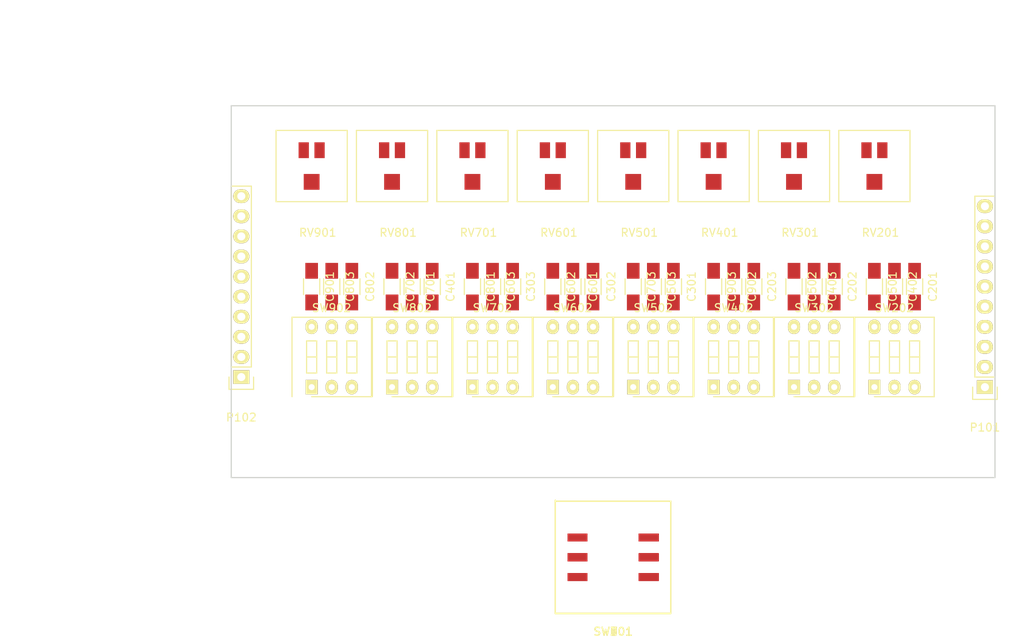
<source format=kicad_pcb>
(kicad_pcb (version 4) (host pcbnew 4.0.1-stable)

  (general
    (links 123)
    (no_connects 116)
    (area 53.264999 65.964999 149.935001 113.105001)
    (thickness 1.6)
    (drawings 6)
    (tracks 0)
    (zones 0)
    (modules 50)
    (nets 58)
  )

  (page A4)
  (layers
    (0 F.Cu signal)
    (31 B.Cu signal)
    (32 B.Adhes user)
    (33 F.Adhes user)
    (34 B.Paste user)
    (35 F.Paste user)
    (36 B.SilkS user)
    (37 F.SilkS user)
    (38 B.Mask user)
    (39 F.Mask user)
    (40 Dwgs.User user)
    (41 Cmts.User user)
    (42 Eco1.User user)
    (43 Eco2.User user)
    (44 Edge.Cuts user)
    (45 Margin user)
    (46 B.CrtYd user)
    (47 F.CrtYd user)
    (48 B.Fab user)
    (49 F.Fab user)
  )

  (setup
    (last_trace_width 0.25)
    (trace_clearance 0.2)
    (zone_clearance 0.508)
    (zone_45_only no)
    (trace_min 0.2)
    (segment_width 0.2)
    (edge_width 0.15)
    (via_size 0.6)
    (via_drill 0.4)
    (via_min_size 0.4)
    (via_min_drill 0.3)
    (uvia_size 0.3)
    (uvia_drill 0.1)
    (uvias_allowed no)
    (uvia_min_size 0.2)
    (uvia_min_drill 0.1)
    (pcb_text_width 0.3)
    (pcb_text_size 1.5 1.5)
    (mod_edge_width 0.15)
    (mod_text_size 1 1)
    (mod_text_width 0.15)
    (pad_size 1.524 1.524)
    (pad_drill 0.762)
    (pad_to_mask_clearance 0.2)
    (aux_axis_origin 0 0)
    (visible_elements FFFFFF7F)
    (pcbplotparams
      (layerselection 0x00030_80000001)
      (usegerberextensions false)
      (excludeedgelayer true)
      (linewidth 0.100000)
      (plotframeref false)
      (viasonmask false)
      (mode 1)
      (useauxorigin false)
      (hpglpennumber 1)
      (hpglpenspeed 20)
      (hpglpendiameter 15)
      (hpglpenoverlay 2)
      (psnegative false)
      (psa4output false)
      (plotreference true)
      (plotvalue true)
      (plotinvisibletext false)
      (padsonsilk false)
      (subtractmaskfromsilk false)
      (outputformat 1)
      (mirror false)
      (drillshape 1)
      (scaleselection 1)
      (outputdirectory ""))
  )

  (net 0 "")
  (net 1 "Net-(C201-Pad1)")
  (net 2 GND)
  (net 3 "Net-(C202-Pad1)")
  (net 4 "Net-(C203-Pad1)")
  (net 5 "Net-(C301-Pad1)")
  (net 6 "Net-(C302-Pad1)")
  (net 7 "Net-(C303-Pad1)")
  (net 8 "Net-(C401-Pad1)")
  (net 9 "Net-(C402-Pad1)")
  (net 10 "Net-(C403-Pad1)")
  (net 11 "Net-(C501-Pad1)")
  (net 12 "Net-(C502-Pad1)")
  (net 13 "Net-(C503-Pad1)")
  (net 14 "Net-(C601-Pad1)")
  (net 15 "Net-(C602-Pad1)")
  (net 16 "Net-(C603-Pad1)")
  (net 17 "Net-(C701-Pad1)")
  (net 18 "Net-(C702-Pad1)")
  (net 19 "Net-(C703-Pad1)")
  (net 20 "Net-(C801-Pad1)")
  (net 21 "Net-(C802-Pad1)")
  (net 22 "Net-(C803-Pad1)")
  (net 23 "Net-(C901-Pad1)")
  (net 24 "Net-(C902-Pad1)")
  (net 25 "Net-(C903-Pad1)")
  (net 26 Pin1)
  (net 27 Pin2)
  (net 28 Pin3)
  (net 29 Pin4)
  (net 30 Pin5)
  (net 31 Pin6)
  (net 32 Pin7)
  (net 33 Pin8)
  (net 34 Src8)
  (net 35 Src7)
  (net 36 Src6)
  (net 37 Src5)
  (net 38 Src4)
  (net 39 Src3)
  (net 40 Src2)
  (net 41 Src1)
  (net 42 "Net-(RV201-Pad2)")
  (net 43 "Net-(RV201-Pad1)")
  (net 44 "Net-(RV301-Pad2)")
  (net 45 "Net-(RV301-Pad1)")
  (net 46 "Net-(RV401-Pad2)")
  (net 47 "Net-(RV401-Pad1)")
  (net 48 "Net-(RV501-Pad2)")
  (net 49 "Net-(RV501-Pad1)")
  (net 50 "Net-(RV601-Pad2)")
  (net 51 "Net-(RV601-Pad1)")
  (net 52 "Net-(RV701-Pad2)")
  (net 53 "Net-(RV701-Pad1)")
  (net 54 "Net-(RV801-Pad2)")
  (net 55 "Net-(RV801-Pad1)")
  (net 56 "Net-(RV901-Pad2)")
  (net 57 "Net-(RV901-Pad1)")

  (net_class Default "This is the default net class."
    (clearance 0.2)
    (trace_width 0.25)
    (via_dia 0.6)
    (via_drill 0.4)
    (uvia_dia 0.3)
    (uvia_drill 0.1)
    (add_net GND)
    (add_net "Net-(C201-Pad1)")
    (add_net "Net-(C202-Pad1)")
    (add_net "Net-(C203-Pad1)")
    (add_net "Net-(C301-Pad1)")
    (add_net "Net-(C302-Pad1)")
    (add_net "Net-(C303-Pad1)")
    (add_net "Net-(C401-Pad1)")
    (add_net "Net-(C402-Pad1)")
    (add_net "Net-(C403-Pad1)")
    (add_net "Net-(C501-Pad1)")
    (add_net "Net-(C502-Pad1)")
    (add_net "Net-(C503-Pad1)")
    (add_net "Net-(C601-Pad1)")
    (add_net "Net-(C602-Pad1)")
    (add_net "Net-(C603-Pad1)")
    (add_net "Net-(C701-Pad1)")
    (add_net "Net-(C702-Pad1)")
    (add_net "Net-(C703-Pad1)")
    (add_net "Net-(C801-Pad1)")
    (add_net "Net-(C802-Pad1)")
    (add_net "Net-(C803-Pad1)")
    (add_net "Net-(C901-Pad1)")
    (add_net "Net-(C902-Pad1)")
    (add_net "Net-(C903-Pad1)")
    (add_net "Net-(RV201-Pad1)")
    (add_net "Net-(RV201-Pad2)")
    (add_net "Net-(RV301-Pad1)")
    (add_net "Net-(RV301-Pad2)")
    (add_net "Net-(RV401-Pad1)")
    (add_net "Net-(RV401-Pad2)")
    (add_net "Net-(RV501-Pad1)")
    (add_net "Net-(RV501-Pad2)")
    (add_net "Net-(RV601-Pad1)")
    (add_net "Net-(RV601-Pad2)")
    (add_net "Net-(RV701-Pad1)")
    (add_net "Net-(RV701-Pad2)")
    (add_net "Net-(RV801-Pad1)")
    (add_net "Net-(RV801-Pad2)")
    (add_net "Net-(RV901-Pad1)")
    (add_net "Net-(RV901-Pad2)")
    (add_net Pin1)
    (add_net Pin2)
    (add_net Pin3)
    (add_net Pin4)
    (add_net Pin5)
    (add_net Pin6)
    (add_net Pin7)
    (add_net Pin8)
    (add_net Src1)
    (add_net Src2)
    (add_net Src3)
    (add_net Src4)
    (add_net Src5)
    (add_net Src6)
    (add_net Src7)
    (add_net Src8)
  )

  (module Capacitors_SMD:C_1206_HandSoldering (layer F.Cu) (tedit 541A9C03) (tstamp 56D607FA)
    (at 139.7 88.9 270)
    (descr "Capacitor SMD 1206, hand soldering")
    (tags "capacitor 1206")
    (path /56D61275/56D614A7)
    (attr smd)
    (fp_text reference C201 (at 0 -2.3 270) (layer F.SilkS)
      (effects (font (size 1 1) (thickness 0.15)))
    )
    (fp_text value C_Small (at 0 2.3 270) (layer F.Fab)
      (effects (font (size 1 1) (thickness 0.15)))
    )
    (fp_line (start -3.3 -1.15) (end 3.3 -1.15) (layer F.CrtYd) (width 0.05))
    (fp_line (start -3.3 1.15) (end 3.3 1.15) (layer F.CrtYd) (width 0.05))
    (fp_line (start -3.3 -1.15) (end -3.3 1.15) (layer F.CrtYd) (width 0.05))
    (fp_line (start 3.3 -1.15) (end 3.3 1.15) (layer F.CrtYd) (width 0.05))
    (fp_line (start 1 -1.025) (end -1 -1.025) (layer F.SilkS) (width 0.15))
    (fp_line (start -1 1.025) (end 1 1.025) (layer F.SilkS) (width 0.15))
    (pad 1 smd rect (at -2 0 270) (size 2 1.6) (layers F.Cu F.Paste F.Mask)
      (net 1 "Net-(C201-Pad1)"))
    (pad 2 smd rect (at 2 0 270) (size 2 1.6) (layers F.Cu F.Paste F.Mask)
      (net 2 GND))
    (model Capacitors_SMD.3dshapes/C_1206_HandSoldering.wrl
      (at (xyz 0 0 0))
      (scale (xyz 1 1 1))
      (rotate (xyz 0 0 0))
    )
  )

  (module Capacitors_SMD:C_1206_HandSoldering (layer F.Cu) (tedit 541A9C03) (tstamp 56D60806)
    (at 129.54 88.9 270)
    (descr "Capacitor SMD 1206, hand soldering")
    (tags "capacitor 1206")
    (path /56D61275/56D6147F)
    (attr smd)
    (fp_text reference C202 (at 0 -2.3 270) (layer F.SilkS)
      (effects (font (size 1 1) (thickness 0.15)))
    )
    (fp_text value C_Small (at 0 2.3 270) (layer F.Fab)
      (effects (font (size 1 1) (thickness 0.15)))
    )
    (fp_line (start -3.3 -1.15) (end 3.3 -1.15) (layer F.CrtYd) (width 0.05))
    (fp_line (start -3.3 1.15) (end 3.3 1.15) (layer F.CrtYd) (width 0.05))
    (fp_line (start -3.3 -1.15) (end -3.3 1.15) (layer F.CrtYd) (width 0.05))
    (fp_line (start 3.3 -1.15) (end 3.3 1.15) (layer F.CrtYd) (width 0.05))
    (fp_line (start 1 -1.025) (end -1 -1.025) (layer F.SilkS) (width 0.15))
    (fp_line (start -1 1.025) (end 1 1.025) (layer F.SilkS) (width 0.15))
    (pad 1 smd rect (at -2 0 270) (size 2 1.6) (layers F.Cu F.Paste F.Mask)
      (net 3 "Net-(C202-Pad1)"))
    (pad 2 smd rect (at 2 0 270) (size 2 1.6) (layers F.Cu F.Paste F.Mask)
      (net 2 GND))
    (model Capacitors_SMD.3dshapes/C_1206_HandSoldering.wrl
      (at (xyz 0 0 0))
      (scale (xyz 1 1 1))
      (rotate (xyz 0 0 0))
    )
  )

  (module Capacitors_SMD:C_1206_HandSoldering (layer F.Cu) (tedit 541A9C03) (tstamp 56D60812)
    (at 119.38 88.9 270)
    (descr "Capacitor SMD 1206, hand soldering")
    (tags "capacitor 1206")
    (path /56D61275/56D6142F)
    (attr smd)
    (fp_text reference C203 (at 0 -2.3 270) (layer F.SilkS)
      (effects (font (size 1 1) (thickness 0.15)))
    )
    (fp_text value C_Small (at 0 2.3 270) (layer F.Fab)
      (effects (font (size 1 1) (thickness 0.15)))
    )
    (fp_line (start -3.3 -1.15) (end 3.3 -1.15) (layer F.CrtYd) (width 0.05))
    (fp_line (start -3.3 1.15) (end 3.3 1.15) (layer F.CrtYd) (width 0.05))
    (fp_line (start -3.3 -1.15) (end -3.3 1.15) (layer F.CrtYd) (width 0.05))
    (fp_line (start 3.3 -1.15) (end 3.3 1.15) (layer F.CrtYd) (width 0.05))
    (fp_line (start 1 -1.025) (end -1 -1.025) (layer F.SilkS) (width 0.15))
    (fp_line (start -1 1.025) (end 1 1.025) (layer F.SilkS) (width 0.15))
    (pad 1 smd rect (at -2 0 270) (size 2 1.6) (layers F.Cu F.Paste F.Mask)
      (net 4 "Net-(C203-Pad1)"))
    (pad 2 smd rect (at 2 0 270) (size 2 1.6) (layers F.Cu F.Paste F.Mask)
      (net 2 GND))
    (model Capacitors_SMD.3dshapes/C_1206_HandSoldering.wrl
      (at (xyz 0 0 0))
      (scale (xyz 1 1 1))
      (rotate (xyz 0 0 0))
    )
  )

  (module Capacitors_SMD:C_1206_HandSoldering (layer F.Cu) (tedit 541A9C03) (tstamp 56D6081E)
    (at 109.22 88.9 270)
    (descr "Capacitor SMD 1206, hand soldering")
    (tags "capacitor 1206")
    (path /56D61AB8/56D614A7)
    (attr smd)
    (fp_text reference C301 (at 0 -2.3 270) (layer F.SilkS)
      (effects (font (size 1 1) (thickness 0.15)))
    )
    (fp_text value C_Small (at 0 2.3 270) (layer F.Fab)
      (effects (font (size 1 1) (thickness 0.15)))
    )
    (fp_line (start -3.3 -1.15) (end 3.3 -1.15) (layer F.CrtYd) (width 0.05))
    (fp_line (start -3.3 1.15) (end 3.3 1.15) (layer F.CrtYd) (width 0.05))
    (fp_line (start -3.3 -1.15) (end -3.3 1.15) (layer F.CrtYd) (width 0.05))
    (fp_line (start 3.3 -1.15) (end 3.3 1.15) (layer F.CrtYd) (width 0.05))
    (fp_line (start 1 -1.025) (end -1 -1.025) (layer F.SilkS) (width 0.15))
    (fp_line (start -1 1.025) (end 1 1.025) (layer F.SilkS) (width 0.15))
    (pad 1 smd rect (at -2 0 270) (size 2 1.6) (layers F.Cu F.Paste F.Mask)
      (net 5 "Net-(C301-Pad1)"))
    (pad 2 smd rect (at 2 0 270) (size 2 1.6) (layers F.Cu F.Paste F.Mask)
      (net 2 GND))
    (model Capacitors_SMD.3dshapes/C_1206_HandSoldering.wrl
      (at (xyz 0 0 0))
      (scale (xyz 1 1 1))
      (rotate (xyz 0 0 0))
    )
  )

  (module Capacitors_SMD:C_1206_HandSoldering (layer F.Cu) (tedit 541A9C03) (tstamp 56D6082A)
    (at 99.06 88.9 270)
    (descr "Capacitor SMD 1206, hand soldering")
    (tags "capacitor 1206")
    (path /56D61AB8/56D6147F)
    (attr smd)
    (fp_text reference C302 (at 0 -2.3 270) (layer F.SilkS)
      (effects (font (size 1 1) (thickness 0.15)))
    )
    (fp_text value C_Small (at 0 2.3 270) (layer F.Fab)
      (effects (font (size 1 1) (thickness 0.15)))
    )
    (fp_line (start -3.3 -1.15) (end 3.3 -1.15) (layer F.CrtYd) (width 0.05))
    (fp_line (start -3.3 1.15) (end 3.3 1.15) (layer F.CrtYd) (width 0.05))
    (fp_line (start -3.3 -1.15) (end -3.3 1.15) (layer F.CrtYd) (width 0.05))
    (fp_line (start 3.3 -1.15) (end 3.3 1.15) (layer F.CrtYd) (width 0.05))
    (fp_line (start 1 -1.025) (end -1 -1.025) (layer F.SilkS) (width 0.15))
    (fp_line (start -1 1.025) (end 1 1.025) (layer F.SilkS) (width 0.15))
    (pad 1 smd rect (at -2 0 270) (size 2 1.6) (layers F.Cu F.Paste F.Mask)
      (net 6 "Net-(C302-Pad1)"))
    (pad 2 smd rect (at 2 0 270) (size 2 1.6) (layers F.Cu F.Paste F.Mask)
      (net 2 GND))
    (model Capacitors_SMD.3dshapes/C_1206_HandSoldering.wrl
      (at (xyz 0 0 0))
      (scale (xyz 1 1 1))
      (rotate (xyz 0 0 0))
    )
  )

  (module Capacitors_SMD:C_1206_HandSoldering (layer F.Cu) (tedit 541A9C03) (tstamp 56D60836)
    (at 88.9 88.9 270)
    (descr "Capacitor SMD 1206, hand soldering")
    (tags "capacitor 1206")
    (path /56D61AB8/56D6142F)
    (attr smd)
    (fp_text reference C303 (at 0 -2.3 270) (layer F.SilkS)
      (effects (font (size 1 1) (thickness 0.15)))
    )
    (fp_text value C_Small (at 0 2.3 270) (layer F.Fab)
      (effects (font (size 1 1) (thickness 0.15)))
    )
    (fp_line (start -3.3 -1.15) (end 3.3 -1.15) (layer F.CrtYd) (width 0.05))
    (fp_line (start -3.3 1.15) (end 3.3 1.15) (layer F.CrtYd) (width 0.05))
    (fp_line (start -3.3 -1.15) (end -3.3 1.15) (layer F.CrtYd) (width 0.05))
    (fp_line (start 3.3 -1.15) (end 3.3 1.15) (layer F.CrtYd) (width 0.05))
    (fp_line (start 1 -1.025) (end -1 -1.025) (layer F.SilkS) (width 0.15))
    (fp_line (start -1 1.025) (end 1 1.025) (layer F.SilkS) (width 0.15))
    (pad 1 smd rect (at -2 0 270) (size 2 1.6) (layers F.Cu F.Paste F.Mask)
      (net 7 "Net-(C303-Pad1)"))
    (pad 2 smd rect (at 2 0 270) (size 2 1.6) (layers F.Cu F.Paste F.Mask)
      (net 2 GND))
    (model Capacitors_SMD.3dshapes/C_1206_HandSoldering.wrl
      (at (xyz 0 0 0))
      (scale (xyz 1 1 1))
      (rotate (xyz 0 0 0))
    )
  )

  (module Capacitors_SMD:C_1206_HandSoldering (layer F.Cu) (tedit 541A9C03) (tstamp 56D60842)
    (at 78.74 88.9 270)
    (descr "Capacitor SMD 1206, hand soldering")
    (tags "capacitor 1206")
    (path /56D620FB/56D614A7)
    (attr smd)
    (fp_text reference C401 (at 0 -2.3 270) (layer F.SilkS)
      (effects (font (size 1 1) (thickness 0.15)))
    )
    (fp_text value C_Small (at 0 2.3 270) (layer F.Fab)
      (effects (font (size 1 1) (thickness 0.15)))
    )
    (fp_line (start -3.3 -1.15) (end 3.3 -1.15) (layer F.CrtYd) (width 0.05))
    (fp_line (start -3.3 1.15) (end 3.3 1.15) (layer F.CrtYd) (width 0.05))
    (fp_line (start -3.3 -1.15) (end -3.3 1.15) (layer F.CrtYd) (width 0.05))
    (fp_line (start 3.3 -1.15) (end 3.3 1.15) (layer F.CrtYd) (width 0.05))
    (fp_line (start 1 -1.025) (end -1 -1.025) (layer F.SilkS) (width 0.15))
    (fp_line (start -1 1.025) (end 1 1.025) (layer F.SilkS) (width 0.15))
    (pad 1 smd rect (at -2 0 270) (size 2 1.6) (layers F.Cu F.Paste F.Mask)
      (net 8 "Net-(C401-Pad1)"))
    (pad 2 smd rect (at 2 0 270) (size 2 1.6) (layers F.Cu F.Paste F.Mask)
      (net 2 GND))
    (model Capacitors_SMD.3dshapes/C_1206_HandSoldering.wrl
      (at (xyz 0 0 0))
      (scale (xyz 1 1 1))
      (rotate (xyz 0 0 0))
    )
  )

  (module Capacitors_SMD:C_1206_HandSoldering (layer F.Cu) (tedit 541A9C03) (tstamp 56D6084E)
    (at 137.16 88.9 270)
    (descr "Capacitor SMD 1206, hand soldering")
    (tags "capacitor 1206")
    (path /56D620FB/56D6147F)
    (attr smd)
    (fp_text reference C402 (at 0 -2.3 270) (layer F.SilkS)
      (effects (font (size 1 1) (thickness 0.15)))
    )
    (fp_text value C_Small (at 0 2.3 270) (layer F.Fab)
      (effects (font (size 1 1) (thickness 0.15)))
    )
    (fp_line (start -3.3 -1.15) (end 3.3 -1.15) (layer F.CrtYd) (width 0.05))
    (fp_line (start -3.3 1.15) (end 3.3 1.15) (layer F.CrtYd) (width 0.05))
    (fp_line (start -3.3 -1.15) (end -3.3 1.15) (layer F.CrtYd) (width 0.05))
    (fp_line (start 3.3 -1.15) (end 3.3 1.15) (layer F.CrtYd) (width 0.05))
    (fp_line (start 1 -1.025) (end -1 -1.025) (layer F.SilkS) (width 0.15))
    (fp_line (start -1 1.025) (end 1 1.025) (layer F.SilkS) (width 0.15))
    (pad 1 smd rect (at -2 0 270) (size 2 1.6) (layers F.Cu F.Paste F.Mask)
      (net 9 "Net-(C402-Pad1)"))
    (pad 2 smd rect (at 2 0 270) (size 2 1.6) (layers F.Cu F.Paste F.Mask)
      (net 2 GND))
    (model Capacitors_SMD.3dshapes/C_1206_HandSoldering.wrl
      (at (xyz 0 0 0))
      (scale (xyz 1 1 1))
      (rotate (xyz 0 0 0))
    )
  )

  (module Capacitors_SMD:C_1206_HandSoldering (layer F.Cu) (tedit 541A9C03) (tstamp 56D6085A)
    (at 127 88.9 270)
    (descr "Capacitor SMD 1206, hand soldering")
    (tags "capacitor 1206")
    (path /56D620FB/56D6142F)
    (attr smd)
    (fp_text reference C403 (at 0 -2.3 270) (layer F.SilkS)
      (effects (font (size 1 1) (thickness 0.15)))
    )
    (fp_text value C_Small (at 0 2.3 270) (layer F.Fab)
      (effects (font (size 1 1) (thickness 0.15)))
    )
    (fp_line (start -3.3 -1.15) (end 3.3 -1.15) (layer F.CrtYd) (width 0.05))
    (fp_line (start -3.3 1.15) (end 3.3 1.15) (layer F.CrtYd) (width 0.05))
    (fp_line (start -3.3 -1.15) (end -3.3 1.15) (layer F.CrtYd) (width 0.05))
    (fp_line (start 3.3 -1.15) (end 3.3 1.15) (layer F.CrtYd) (width 0.05))
    (fp_line (start 1 -1.025) (end -1 -1.025) (layer F.SilkS) (width 0.15))
    (fp_line (start -1 1.025) (end 1 1.025) (layer F.SilkS) (width 0.15))
    (pad 1 smd rect (at -2 0 270) (size 2 1.6) (layers F.Cu F.Paste F.Mask)
      (net 10 "Net-(C403-Pad1)"))
    (pad 2 smd rect (at 2 0 270) (size 2 1.6) (layers F.Cu F.Paste F.Mask)
      (net 2 GND))
    (model Capacitors_SMD.3dshapes/C_1206_HandSoldering.wrl
      (at (xyz 0 0 0))
      (scale (xyz 1 1 1))
      (rotate (xyz 0 0 0))
    )
  )

  (module Capacitors_SMD:C_1206_HandSoldering (layer F.Cu) (tedit 541A9C03) (tstamp 56D60866)
    (at 134.62 88.9 270)
    (descr "Capacitor SMD 1206, hand soldering")
    (tags "capacitor 1206")
    (path /56D62100/56D614A7)
    (attr smd)
    (fp_text reference C501 (at 0 -2.3 270) (layer F.SilkS)
      (effects (font (size 1 1) (thickness 0.15)))
    )
    (fp_text value C_Small (at 0 2.3 270) (layer F.Fab)
      (effects (font (size 1 1) (thickness 0.15)))
    )
    (fp_line (start -3.3 -1.15) (end 3.3 -1.15) (layer F.CrtYd) (width 0.05))
    (fp_line (start -3.3 1.15) (end 3.3 1.15) (layer F.CrtYd) (width 0.05))
    (fp_line (start -3.3 -1.15) (end -3.3 1.15) (layer F.CrtYd) (width 0.05))
    (fp_line (start 3.3 -1.15) (end 3.3 1.15) (layer F.CrtYd) (width 0.05))
    (fp_line (start 1 -1.025) (end -1 -1.025) (layer F.SilkS) (width 0.15))
    (fp_line (start -1 1.025) (end 1 1.025) (layer F.SilkS) (width 0.15))
    (pad 1 smd rect (at -2 0 270) (size 2 1.6) (layers F.Cu F.Paste F.Mask)
      (net 11 "Net-(C501-Pad1)"))
    (pad 2 smd rect (at 2 0 270) (size 2 1.6) (layers F.Cu F.Paste F.Mask)
      (net 2 GND))
    (model Capacitors_SMD.3dshapes/C_1206_HandSoldering.wrl
      (at (xyz 0 0 0))
      (scale (xyz 1 1 1))
      (rotate (xyz 0 0 0))
    )
  )

  (module Capacitors_SMD:C_1206_HandSoldering (layer F.Cu) (tedit 541A9C03) (tstamp 56D60872)
    (at 124.46 88.9 270)
    (descr "Capacitor SMD 1206, hand soldering")
    (tags "capacitor 1206")
    (path /56D62100/56D6147F)
    (attr smd)
    (fp_text reference C502 (at 0 -2.3 270) (layer F.SilkS)
      (effects (font (size 1 1) (thickness 0.15)))
    )
    (fp_text value C_Small (at 0 2.3 270) (layer F.Fab)
      (effects (font (size 1 1) (thickness 0.15)))
    )
    (fp_line (start -3.3 -1.15) (end 3.3 -1.15) (layer F.CrtYd) (width 0.05))
    (fp_line (start -3.3 1.15) (end 3.3 1.15) (layer F.CrtYd) (width 0.05))
    (fp_line (start -3.3 -1.15) (end -3.3 1.15) (layer F.CrtYd) (width 0.05))
    (fp_line (start 3.3 -1.15) (end 3.3 1.15) (layer F.CrtYd) (width 0.05))
    (fp_line (start 1 -1.025) (end -1 -1.025) (layer F.SilkS) (width 0.15))
    (fp_line (start -1 1.025) (end 1 1.025) (layer F.SilkS) (width 0.15))
    (pad 1 smd rect (at -2 0 270) (size 2 1.6) (layers F.Cu F.Paste F.Mask)
      (net 12 "Net-(C502-Pad1)"))
    (pad 2 smd rect (at 2 0 270) (size 2 1.6) (layers F.Cu F.Paste F.Mask)
      (net 2 GND))
    (model Capacitors_SMD.3dshapes/C_1206_HandSoldering.wrl
      (at (xyz 0 0 0))
      (scale (xyz 1 1 1))
      (rotate (xyz 0 0 0))
    )
  )

  (module Capacitors_SMD:C_1206_HandSoldering (layer F.Cu) (tedit 541A9C03) (tstamp 56D6087E)
    (at 106.68 88.9 270)
    (descr "Capacitor SMD 1206, hand soldering")
    (tags "capacitor 1206")
    (path /56D62100/56D6142F)
    (attr smd)
    (fp_text reference C503 (at 0 -2.3 270) (layer F.SilkS)
      (effects (font (size 1 1) (thickness 0.15)))
    )
    (fp_text value C_Small (at 0 2.3 270) (layer F.Fab)
      (effects (font (size 1 1) (thickness 0.15)))
    )
    (fp_line (start -3.3 -1.15) (end 3.3 -1.15) (layer F.CrtYd) (width 0.05))
    (fp_line (start -3.3 1.15) (end 3.3 1.15) (layer F.CrtYd) (width 0.05))
    (fp_line (start -3.3 -1.15) (end -3.3 1.15) (layer F.CrtYd) (width 0.05))
    (fp_line (start 3.3 -1.15) (end 3.3 1.15) (layer F.CrtYd) (width 0.05))
    (fp_line (start 1 -1.025) (end -1 -1.025) (layer F.SilkS) (width 0.15))
    (fp_line (start -1 1.025) (end 1 1.025) (layer F.SilkS) (width 0.15))
    (pad 1 smd rect (at -2 0 270) (size 2 1.6) (layers F.Cu F.Paste F.Mask)
      (net 13 "Net-(C503-Pad1)"))
    (pad 2 smd rect (at 2 0 270) (size 2 1.6) (layers F.Cu F.Paste F.Mask)
      (net 2 GND))
    (model Capacitors_SMD.3dshapes/C_1206_HandSoldering.wrl
      (at (xyz 0 0 0))
      (scale (xyz 1 1 1))
      (rotate (xyz 0 0 0))
    )
  )

  (module Capacitors_SMD:C_1206_HandSoldering (layer F.Cu) (tedit 56D6081A) (tstamp 56D6088A)
    (at 96.52 88.9 270)
    (descr "Capacitor SMD 1206, hand soldering")
    (tags "capacitor 1206")
    (path /56D62CED/56D614A7)
    (attr smd)
    (fp_text reference C601 (at 0 -2.54 270) (layer F.SilkS)
      (effects (font (size 1 1) (thickness 0.15)))
    )
    (fp_text value C_Small (at 0 2.3 270) (layer F.Fab)
      (effects (font (size 1 1) (thickness 0.15)))
    )
    (fp_line (start -3.3 -1.15) (end 3.3 -1.15) (layer F.CrtYd) (width 0.05))
    (fp_line (start -3.3 1.15) (end 3.3 1.15) (layer F.CrtYd) (width 0.05))
    (fp_line (start -3.3 -1.15) (end -3.3 1.15) (layer F.CrtYd) (width 0.05))
    (fp_line (start 3.3 -1.15) (end 3.3 1.15) (layer F.CrtYd) (width 0.05))
    (fp_line (start 1 -1.025) (end -1 -1.025) (layer F.SilkS) (width 0.15))
    (fp_line (start -1 1.025) (end 1 1.025) (layer F.SilkS) (width 0.15))
    (pad 1 smd rect (at -2 0 270) (size 2 1.6) (layers F.Cu F.Paste F.Mask)
      (net 14 "Net-(C601-Pad1)"))
    (pad 2 smd rect (at 2 0 270) (size 2 1.6) (layers F.Cu F.Paste F.Mask)
      (net 2 GND))
    (model Capacitors_SMD.3dshapes/C_1206_HandSoldering.wrl
      (at (xyz 0 0 0))
      (scale (xyz 1 1 1))
      (rotate (xyz 0 0 0))
    )
  )

  (module Capacitors_SMD:C_1206_HandSoldering (layer F.Cu) (tedit 541A9C03) (tstamp 56D60896)
    (at 93.98 88.9 270)
    (descr "Capacitor SMD 1206, hand soldering")
    (tags "capacitor 1206")
    (path /56D62CED/56D6147F)
    (attr smd)
    (fp_text reference C602 (at 0 -2.3 270) (layer F.SilkS)
      (effects (font (size 1 1) (thickness 0.15)))
    )
    (fp_text value C_Small (at 0 2.3 270) (layer F.Fab)
      (effects (font (size 1 1) (thickness 0.15)))
    )
    (fp_line (start -3.3 -1.15) (end 3.3 -1.15) (layer F.CrtYd) (width 0.05))
    (fp_line (start -3.3 1.15) (end 3.3 1.15) (layer F.CrtYd) (width 0.05))
    (fp_line (start -3.3 -1.15) (end -3.3 1.15) (layer F.CrtYd) (width 0.05))
    (fp_line (start 3.3 -1.15) (end 3.3 1.15) (layer F.CrtYd) (width 0.05))
    (fp_line (start 1 -1.025) (end -1 -1.025) (layer F.SilkS) (width 0.15))
    (fp_line (start -1 1.025) (end 1 1.025) (layer F.SilkS) (width 0.15))
    (pad 1 smd rect (at -2 0 270) (size 2 1.6) (layers F.Cu F.Paste F.Mask)
      (net 15 "Net-(C602-Pad1)"))
    (pad 2 smd rect (at 2 0 270) (size 2 1.6) (layers F.Cu F.Paste F.Mask)
      (net 2 GND))
    (model Capacitors_SMD.3dshapes/C_1206_HandSoldering.wrl
      (at (xyz 0 0 0))
      (scale (xyz 1 1 1))
      (rotate (xyz 0 0 0))
    )
  )

  (module Capacitors_SMD:C_1206_HandSoldering (layer F.Cu) (tedit 541A9C03) (tstamp 56D608A2)
    (at 86.36 88.9 270)
    (descr "Capacitor SMD 1206, hand soldering")
    (tags "capacitor 1206")
    (path /56D62CED/56D6142F)
    (attr smd)
    (fp_text reference C603 (at 0 -2.3 270) (layer F.SilkS)
      (effects (font (size 1 1) (thickness 0.15)))
    )
    (fp_text value C_Small (at 0 2.3 270) (layer F.Fab)
      (effects (font (size 1 1) (thickness 0.15)))
    )
    (fp_line (start -3.3 -1.15) (end 3.3 -1.15) (layer F.CrtYd) (width 0.05))
    (fp_line (start -3.3 1.15) (end 3.3 1.15) (layer F.CrtYd) (width 0.05))
    (fp_line (start -3.3 -1.15) (end -3.3 1.15) (layer F.CrtYd) (width 0.05))
    (fp_line (start 3.3 -1.15) (end 3.3 1.15) (layer F.CrtYd) (width 0.05))
    (fp_line (start 1 -1.025) (end -1 -1.025) (layer F.SilkS) (width 0.15))
    (fp_line (start -1 1.025) (end 1 1.025) (layer F.SilkS) (width 0.15))
    (pad 1 smd rect (at -2 0 270) (size 2 1.6) (layers F.Cu F.Paste F.Mask)
      (net 16 "Net-(C603-Pad1)"))
    (pad 2 smd rect (at 2 0 270) (size 2 1.6) (layers F.Cu F.Paste F.Mask)
      (net 2 GND))
    (model Capacitors_SMD.3dshapes/C_1206_HandSoldering.wrl
      (at (xyz 0 0 0))
      (scale (xyz 1 1 1))
      (rotate (xyz 0 0 0))
    )
  )

  (module Capacitors_SMD:C_1206_HandSoldering (layer F.Cu) (tedit 541A9C03) (tstamp 56D608AE)
    (at 76.2 88.9 270)
    (descr "Capacitor SMD 1206, hand soldering")
    (tags "capacitor 1206")
    (path /56D62CF2/56D614A7)
    (attr smd)
    (fp_text reference C701 (at 0 -2.3 270) (layer F.SilkS)
      (effects (font (size 1 1) (thickness 0.15)))
    )
    (fp_text value C_Small (at 0 2.3 270) (layer F.Fab)
      (effects (font (size 1 1) (thickness 0.15)))
    )
    (fp_line (start -3.3 -1.15) (end 3.3 -1.15) (layer F.CrtYd) (width 0.05))
    (fp_line (start -3.3 1.15) (end 3.3 1.15) (layer F.CrtYd) (width 0.05))
    (fp_line (start -3.3 -1.15) (end -3.3 1.15) (layer F.CrtYd) (width 0.05))
    (fp_line (start 3.3 -1.15) (end 3.3 1.15) (layer F.CrtYd) (width 0.05))
    (fp_line (start 1 -1.025) (end -1 -1.025) (layer F.SilkS) (width 0.15))
    (fp_line (start -1 1.025) (end 1 1.025) (layer F.SilkS) (width 0.15))
    (pad 1 smd rect (at -2 0 270) (size 2 1.6) (layers F.Cu F.Paste F.Mask)
      (net 17 "Net-(C701-Pad1)"))
    (pad 2 smd rect (at 2 0 270) (size 2 1.6) (layers F.Cu F.Paste F.Mask)
      (net 2 GND))
    (model Capacitors_SMD.3dshapes/C_1206_HandSoldering.wrl
      (at (xyz 0 0 0))
      (scale (xyz 1 1 1))
      (rotate (xyz 0 0 0))
    )
  )

  (module Capacitors_SMD:C_1206_HandSoldering (layer F.Cu) (tedit 541A9C03) (tstamp 56D608BA)
    (at 73.66 88.9 270)
    (descr "Capacitor SMD 1206, hand soldering")
    (tags "capacitor 1206")
    (path /56D62CF2/56D6147F)
    (attr smd)
    (fp_text reference C702 (at 0 -2.3 270) (layer F.SilkS)
      (effects (font (size 1 1) (thickness 0.15)))
    )
    (fp_text value C_Small (at 0 2.3 270) (layer F.Fab)
      (effects (font (size 1 1) (thickness 0.15)))
    )
    (fp_line (start -3.3 -1.15) (end 3.3 -1.15) (layer F.CrtYd) (width 0.05))
    (fp_line (start -3.3 1.15) (end 3.3 1.15) (layer F.CrtYd) (width 0.05))
    (fp_line (start -3.3 -1.15) (end -3.3 1.15) (layer F.CrtYd) (width 0.05))
    (fp_line (start 3.3 -1.15) (end 3.3 1.15) (layer F.CrtYd) (width 0.05))
    (fp_line (start 1 -1.025) (end -1 -1.025) (layer F.SilkS) (width 0.15))
    (fp_line (start -1 1.025) (end 1 1.025) (layer F.SilkS) (width 0.15))
    (pad 1 smd rect (at -2 0 270) (size 2 1.6) (layers F.Cu F.Paste F.Mask)
      (net 18 "Net-(C702-Pad1)"))
    (pad 2 smd rect (at 2 0 270) (size 2 1.6) (layers F.Cu F.Paste F.Mask)
      (net 2 GND))
    (model Capacitors_SMD.3dshapes/C_1206_HandSoldering.wrl
      (at (xyz 0 0 0))
      (scale (xyz 1 1 1))
      (rotate (xyz 0 0 0))
    )
  )

  (module Capacitors_SMD:C_1206_HandSoldering (layer F.Cu) (tedit 541A9C03) (tstamp 56D608C6)
    (at 104.14 88.9 270)
    (descr "Capacitor SMD 1206, hand soldering")
    (tags "capacitor 1206")
    (path /56D62CF2/56D6142F)
    (attr smd)
    (fp_text reference C703 (at 0 -2.3 270) (layer F.SilkS)
      (effects (font (size 1 1) (thickness 0.15)))
    )
    (fp_text value C_Small (at 0 2.3 270) (layer F.Fab)
      (effects (font (size 1 1) (thickness 0.15)))
    )
    (fp_line (start -3.3 -1.15) (end 3.3 -1.15) (layer F.CrtYd) (width 0.05))
    (fp_line (start -3.3 1.15) (end 3.3 1.15) (layer F.CrtYd) (width 0.05))
    (fp_line (start -3.3 -1.15) (end -3.3 1.15) (layer F.CrtYd) (width 0.05))
    (fp_line (start 3.3 -1.15) (end 3.3 1.15) (layer F.CrtYd) (width 0.05))
    (fp_line (start 1 -1.025) (end -1 -1.025) (layer F.SilkS) (width 0.15))
    (fp_line (start -1 1.025) (end 1 1.025) (layer F.SilkS) (width 0.15))
    (pad 1 smd rect (at -2 0 270) (size 2 1.6) (layers F.Cu F.Paste F.Mask)
      (net 19 "Net-(C703-Pad1)"))
    (pad 2 smd rect (at 2 0 270) (size 2 1.6) (layers F.Cu F.Paste F.Mask)
      (net 2 GND))
    (model Capacitors_SMD.3dshapes/C_1206_HandSoldering.wrl
      (at (xyz 0 0 0))
      (scale (xyz 1 1 1))
      (rotate (xyz 0 0 0))
    )
  )

  (module Capacitors_SMD:C_1206_HandSoldering (layer F.Cu) (tedit 541A9C03) (tstamp 56D608D2)
    (at 83.82 88.9 270)
    (descr "Capacitor SMD 1206, hand soldering")
    (tags "capacitor 1206")
    (path /56D62CF7/56D614A7)
    (attr smd)
    (fp_text reference C801 (at 0 -2.3 270) (layer F.SilkS)
      (effects (font (size 1 1) (thickness 0.15)))
    )
    (fp_text value C_Small (at 0 2.3 270) (layer F.Fab)
      (effects (font (size 1 1) (thickness 0.15)))
    )
    (fp_line (start -3.3 -1.15) (end 3.3 -1.15) (layer F.CrtYd) (width 0.05))
    (fp_line (start -3.3 1.15) (end 3.3 1.15) (layer F.CrtYd) (width 0.05))
    (fp_line (start -3.3 -1.15) (end -3.3 1.15) (layer F.CrtYd) (width 0.05))
    (fp_line (start 3.3 -1.15) (end 3.3 1.15) (layer F.CrtYd) (width 0.05))
    (fp_line (start 1 -1.025) (end -1 -1.025) (layer F.SilkS) (width 0.15))
    (fp_line (start -1 1.025) (end 1 1.025) (layer F.SilkS) (width 0.15))
    (pad 1 smd rect (at -2 0 270) (size 2 1.6) (layers F.Cu F.Paste F.Mask)
      (net 20 "Net-(C801-Pad1)"))
    (pad 2 smd rect (at 2 0 270) (size 2 1.6) (layers F.Cu F.Paste F.Mask)
      (net 2 GND))
    (model Capacitors_SMD.3dshapes/C_1206_HandSoldering.wrl
      (at (xyz 0 0 0))
      (scale (xyz 1 1 1))
      (rotate (xyz 0 0 0))
    )
  )

  (module Capacitors_SMD:C_1206_HandSoldering (layer F.Cu) (tedit 541A9C03) (tstamp 56D608DE)
    (at 68.58 88.9 270)
    (descr "Capacitor SMD 1206, hand soldering")
    (tags "capacitor 1206")
    (path /56D62CF7/56D6147F)
    (attr smd)
    (fp_text reference C802 (at 0 -2.3 270) (layer F.SilkS)
      (effects (font (size 1 1) (thickness 0.15)))
    )
    (fp_text value C_Small (at 0 2.3 270) (layer F.Fab)
      (effects (font (size 1 1) (thickness 0.15)))
    )
    (fp_line (start -3.3 -1.15) (end 3.3 -1.15) (layer F.CrtYd) (width 0.05))
    (fp_line (start -3.3 1.15) (end 3.3 1.15) (layer F.CrtYd) (width 0.05))
    (fp_line (start -3.3 -1.15) (end -3.3 1.15) (layer F.CrtYd) (width 0.05))
    (fp_line (start 3.3 -1.15) (end 3.3 1.15) (layer F.CrtYd) (width 0.05))
    (fp_line (start 1 -1.025) (end -1 -1.025) (layer F.SilkS) (width 0.15))
    (fp_line (start -1 1.025) (end 1 1.025) (layer F.SilkS) (width 0.15))
    (pad 1 smd rect (at -2 0 270) (size 2 1.6) (layers F.Cu F.Paste F.Mask)
      (net 21 "Net-(C802-Pad1)"))
    (pad 2 smd rect (at 2 0 270) (size 2 1.6) (layers F.Cu F.Paste F.Mask)
      (net 2 GND))
    (model Capacitors_SMD.3dshapes/C_1206_HandSoldering.wrl
      (at (xyz 0 0 0))
      (scale (xyz 1 1 1))
      (rotate (xyz 0 0 0))
    )
  )

  (module Capacitors_SMD:C_1206_HandSoldering (layer F.Cu) (tedit 541A9C03) (tstamp 56D608EA)
    (at 66.04 88.9 270)
    (descr "Capacitor SMD 1206, hand soldering")
    (tags "capacitor 1206")
    (path /56D62CF7/56D6142F)
    (attr smd)
    (fp_text reference C803 (at 0 -2.3 270) (layer F.SilkS)
      (effects (font (size 1 1) (thickness 0.15)))
    )
    (fp_text value C_Small (at 0 2.3 270) (layer F.Fab)
      (effects (font (size 1 1) (thickness 0.15)))
    )
    (fp_line (start -3.3 -1.15) (end 3.3 -1.15) (layer F.CrtYd) (width 0.05))
    (fp_line (start -3.3 1.15) (end 3.3 1.15) (layer F.CrtYd) (width 0.05))
    (fp_line (start -3.3 -1.15) (end -3.3 1.15) (layer F.CrtYd) (width 0.05))
    (fp_line (start 3.3 -1.15) (end 3.3 1.15) (layer F.CrtYd) (width 0.05))
    (fp_line (start 1 -1.025) (end -1 -1.025) (layer F.SilkS) (width 0.15))
    (fp_line (start -1 1.025) (end 1 1.025) (layer F.SilkS) (width 0.15))
    (pad 1 smd rect (at -2 0 270) (size 2 1.6) (layers F.Cu F.Paste F.Mask)
      (net 22 "Net-(C803-Pad1)"))
    (pad 2 smd rect (at 2 0 270) (size 2 1.6) (layers F.Cu F.Paste F.Mask)
      (net 2 GND))
    (model Capacitors_SMD.3dshapes/C_1206_HandSoldering.wrl
      (at (xyz 0 0 0))
      (scale (xyz 1 1 1))
      (rotate (xyz 0 0 0))
    )
  )

  (module Capacitors_SMD:C_1206_HandSoldering (layer F.Cu) (tedit 541A9C03) (tstamp 56D608F6)
    (at 63.5 88.9 270)
    (descr "Capacitor SMD 1206, hand soldering")
    (tags "capacitor 1206")
    (path /56D62CFC/56D614A7)
    (attr smd)
    (fp_text reference C901 (at 0 -2.3 270) (layer F.SilkS)
      (effects (font (size 1 1) (thickness 0.15)))
    )
    (fp_text value C_Small (at 0 2.3 270) (layer F.Fab)
      (effects (font (size 1 1) (thickness 0.15)))
    )
    (fp_line (start -3.3 -1.15) (end 3.3 -1.15) (layer F.CrtYd) (width 0.05))
    (fp_line (start -3.3 1.15) (end 3.3 1.15) (layer F.CrtYd) (width 0.05))
    (fp_line (start -3.3 -1.15) (end -3.3 1.15) (layer F.CrtYd) (width 0.05))
    (fp_line (start 3.3 -1.15) (end 3.3 1.15) (layer F.CrtYd) (width 0.05))
    (fp_line (start 1 -1.025) (end -1 -1.025) (layer F.SilkS) (width 0.15))
    (fp_line (start -1 1.025) (end 1 1.025) (layer F.SilkS) (width 0.15))
    (pad 1 smd rect (at -2 0 270) (size 2 1.6) (layers F.Cu F.Paste F.Mask)
      (net 23 "Net-(C901-Pad1)"))
    (pad 2 smd rect (at 2 0 270) (size 2 1.6) (layers F.Cu F.Paste F.Mask)
      (net 2 GND))
    (model Capacitors_SMD.3dshapes/C_1206_HandSoldering.wrl
      (at (xyz 0 0 0))
      (scale (xyz 1 1 1))
      (rotate (xyz 0 0 0))
    )
  )

  (module Capacitors_SMD:C_1206_HandSoldering (layer F.Cu) (tedit 541A9C03) (tstamp 56D60902)
    (at 116.84 88.9 270)
    (descr "Capacitor SMD 1206, hand soldering")
    (tags "capacitor 1206")
    (path /56D62CFC/56D6147F)
    (attr smd)
    (fp_text reference C902 (at 0 -2.3 270) (layer F.SilkS)
      (effects (font (size 1 1) (thickness 0.15)))
    )
    (fp_text value C_Small (at 0 2.3 270) (layer F.Fab)
      (effects (font (size 1 1) (thickness 0.15)))
    )
    (fp_line (start -3.3 -1.15) (end 3.3 -1.15) (layer F.CrtYd) (width 0.05))
    (fp_line (start -3.3 1.15) (end 3.3 1.15) (layer F.CrtYd) (width 0.05))
    (fp_line (start -3.3 -1.15) (end -3.3 1.15) (layer F.CrtYd) (width 0.05))
    (fp_line (start 3.3 -1.15) (end 3.3 1.15) (layer F.CrtYd) (width 0.05))
    (fp_line (start 1 -1.025) (end -1 -1.025) (layer F.SilkS) (width 0.15))
    (fp_line (start -1 1.025) (end 1 1.025) (layer F.SilkS) (width 0.15))
    (pad 1 smd rect (at -2 0 270) (size 2 1.6) (layers F.Cu F.Paste F.Mask)
      (net 24 "Net-(C902-Pad1)"))
    (pad 2 smd rect (at 2 0 270) (size 2 1.6) (layers F.Cu F.Paste F.Mask)
      (net 2 GND))
    (model Capacitors_SMD.3dshapes/C_1206_HandSoldering.wrl
      (at (xyz 0 0 0))
      (scale (xyz 1 1 1))
      (rotate (xyz 0 0 0))
    )
  )

  (module Capacitors_SMD:C_1206_HandSoldering (layer F.Cu) (tedit 541A9C03) (tstamp 56D6090E)
    (at 114.3 88.9 270)
    (descr "Capacitor SMD 1206, hand soldering")
    (tags "capacitor 1206")
    (path /56D62CFC/56D6142F)
    (attr smd)
    (fp_text reference C903 (at 0 -2.3 270) (layer F.SilkS)
      (effects (font (size 1 1) (thickness 0.15)))
    )
    (fp_text value C_Small (at 0 2.3 270) (layer F.Fab)
      (effects (font (size 1 1) (thickness 0.15)))
    )
    (fp_line (start -3.3 -1.15) (end 3.3 -1.15) (layer F.CrtYd) (width 0.05))
    (fp_line (start -3.3 1.15) (end 3.3 1.15) (layer F.CrtYd) (width 0.05))
    (fp_line (start -3.3 -1.15) (end -3.3 1.15) (layer F.CrtYd) (width 0.05))
    (fp_line (start 3.3 -1.15) (end 3.3 1.15) (layer F.CrtYd) (width 0.05))
    (fp_line (start 1 -1.025) (end -1 -1.025) (layer F.SilkS) (width 0.15))
    (fp_line (start -1 1.025) (end 1 1.025) (layer F.SilkS) (width 0.15))
    (pad 1 smd rect (at -2 0 270) (size 2 1.6) (layers F.Cu F.Paste F.Mask)
      (net 25 "Net-(C903-Pad1)"))
    (pad 2 smd rect (at 2 0 270) (size 2 1.6) (layers F.Cu F.Paste F.Mask)
      (net 2 GND))
    (model Capacitors_SMD.3dshapes/C_1206_HandSoldering.wrl
      (at (xyz 0 0 0))
      (scale (xyz 1 1 1))
      (rotate (xyz 0 0 0))
    )
  )

  (module Pin_Headers:Pin_Header_Straight_1x10 (layer F.Cu) (tedit 0) (tstamp 56D60927)
    (at 148.59 101.6 180)
    (descr "Through hole pin header")
    (tags "pin header")
    (path /56D65E01)
    (fp_text reference P101 (at 0 -5.1 180) (layer F.SilkS)
      (effects (font (size 1 1) (thickness 0.15)))
    )
    (fp_text value CONN_01X10 (at 0 -3.1 180) (layer F.Fab)
      (effects (font (size 1 1) (thickness 0.15)))
    )
    (fp_line (start -1.75 -1.75) (end -1.75 24.65) (layer F.CrtYd) (width 0.05))
    (fp_line (start 1.75 -1.75) (end 1.75 24.65) (layer F.CrtYd) (width 0.05))
    (fp_line (start -1.75 -1.75) (end 1.75 -1.75) (layer F.CrtYd) (width 0.05))
    (fp_line (start -1.75 24.65) (end 1.75 24.65) (layer F.CrtYd) (width 0.05))
    (fp_line (start 1.27 1.27) (end 1.27 24.13) (layer F.SilkS) (width 0.15))
    (fp_line (start 1.27 24.13) (end -1.27 24.13) (layer F.SilkS) (width 0.15))
    (fp_line (start -1.27 24.13) (end -1.27 1.27) (layer F.SilkS) (width 0.15))
    (fp_line (start 1.55 -1.55) (end 1.55 0) (layer F.SilkS) (width 0.15))
    (fp_line (start 1.27 1.27) (end -1.27 1.27) (layer F.SilkS) (width 0.15))
    (fp_line (start -1.55 0) (end -1.55 -1.55) (layer F.SilkS) (width 0.15))
    (fp_line (start -1.55 -1.55) (end 1.55 -1.55) (layer F.SilkS) (width 0.15))
    (pad 1 thru_hole rect (at 0 0 180) (size 2.032 1.7272) (drill 1.016) (layers *.Cu *.Mask F.SilkS)
      (net 2 GND))
    (pad 2 thru_hole oval (at 0 2.54 180) (size 2.032 1.7272) (drill 1.016) (layers *.Cu *.Mask F.SilkS)
      (net 26 Pin1))
    (pad 3 thru_hole oval (at 0 5.08 180) (size 2.032 1.7272) (drill 1.016) (layers *.Cu *.Mask F.SilkS)
      (net 27 Pin2))
    (pad 4 thru_hole oval (at 0 7.62 180) (size 2.032 1.7272) (drill 1.016) (layers *.Cu *.Mask F.SilkS)
      (net 28 Pin3))
    (pad 5 thru_hole oval (at 0 10.16 180) (size 2.032 1.7272) (drill 1.016) (layers *.Cu *.Mask F.SilkS)
      (net 29 Pin4))
    (pad 6 thru_hole oval (at 0 12.7 180) (size 2.032 1.7272) (drill 1.016) (layers *.Cu *.Mask F.SilkS)
      (net 30 Pin5))
    (pad 7 thru_hole oval (at 0 15.24 180) (size 2.032 1.7272) (drill 1.016) (layers *.Cu *.Mask F.SilkS)
      (net 31 Pin6))
    (pad 8 thru_hole oval (at 0 17.78 180) (size 2.032 1.7272) (drill 1.016) (layers *.Cu *.Mask F.SilkS)
      (net 32 Pin7))
    (pad 9 thru_hole oval (at 0 20.32 180) (size 2.032 1.7272) (drill 1.016) (layers *.Cu *.Mask F.SilkS)
      (net 33 Pin8))
    (pad 10 thru_hole oval (at 0 22.86 180) (size 2.032 1.7272) (drill 1.016) (layers *.Cu *.Mask F.SilkS)
      (net 2 GND))
    (model Pin_Headers.3dshapes/Pin_Header_Straight_1x10.wrl
      (at (xyz 0 -0.45 0))
      (scale (xyz 1 1 1))
      (rotate (xyz 0 0 90))
    )
  )

  (module Pin_Headers:Pin_Header_Straight_1x10 (layer F.Cu) (tedit 0) (tstamp 56D60940)
    (at 54.61 100.33 180)
    (descr "Through hole pin header")
    (tags "pin header")
    (path /56D65EB3)
    (fp_text reference P102 (at 0 -5.1 180) (layer F.SilkS)
      (effects (font (size 1 1) (thickness 0.15)))
    )
    (fp_text value CONN_01X10 (at 0 -3.1 180) (layer F.Fab)
      (effects (font (size 1 1) (thickness 0.15)))
    )
    (fp_line (start -1.75 -1.75) (end -1.75 24.65) (layer F.CrtYd) (width 0.05))
    (fp_line (start 1.75 -1.75) (end 1.75 24.65) (layer F.CrtYd) (width 0.05))
    (fp_line (start -1.75 -1.75) (end 1.75 -1.75) (layer F.CrtYd) (width 0.05))
    (fp_line (start -1.75 24.65) (end 1.75 24.65) (layer F.CrtYd) (width 0.05))
    (fp_line (start 1.27 1.27) (end 1.27 24.13) (layer F.SilkS) (width 0.15))
    (fp_line (start 1.27 24.13) (end -1.27 24.13) (layer F.SilkS) (width 0.15))
    (fp_line (start -1.27 24.13) (end -1.27 1.27) (layer F.SilkS) (width 0.15))
    (fp_line (start 1.55 -1.55) (end 1.55 0) (layer F.SilkS) (width 0.15))
    (fp_line (start 1.27 1.27) (end -1.27 1.27) (layer F.SilkS) (width 0.15))
    (fp_line (start -1.55 0) (end -1.55 -1.55) (layer F.SilkS) (width 0.15))
    (fp_line (start -1.55 -1.55) (end 1.55 -1.55) (layer F.SilkS) (width 0.15))
    (pad 1 thru_hole rect (at 0 0 180) (size 2.032 1.7272) (drill 1.016) (layers *.Cu *.Mask F.SilkS)
      (net 2 GND))
    (pad 2 thru_hole oval (at 0 2.54 180) (size 2.032 1.7272) (drill 1.016) (layers *.Cu *.Mask F.SilkS)
      (net 34 Src8))
    (pad 3 thru_hole oval (at 0 5.08 180) (size 2.032 1.7272) (drill 1.016) (layers *.Cu *.Mask F.SilkS)
      (net 35 Src7))
    (pad 4 thru_hole oval (at 0 7.62 180) (size 2.032 1.7272) (drill 1.016) (layers *.Cu *.Mask F.SilkS)
      (net 36 Src6))
    (pad 5 thru_hole oval (at 0 10.16 180) (size 2.032 1.7272) (drill 1.016) (layers *.Cu *.Mask F.SilkS)
      (net 37 Src5))
    (pad 6 thru_hole oval (at 0 12.7 180) (size 2.032 1.7272) (drill 1.016) (layers *.Cu *.Mask F.SilkS)
      (net 38 Src4))
    (pad 7 thru_hole oval (at 0 15.24 180) (size 2.032 1.7272) (drill 1.016) (layers *.Cu *.Mask F.SilkS)
      (net 39 Src3))
    (pad 8 thru_hole oval (at 0 17.78 180) (size 2.032 1.7272) (drill 1.016) (layers *.Cu *.Mask F.SilkS)
      (net 40 Src2))
    (pad 9 thru_hole oval (at 0 20.32 180) (size 2.032 1.7272) (drill 1.016) (layers *.Cu *.Mask F.SilkS)
      (net 41 Src1))
    (pad 10 thru_hole oval (at 0 22.86 180) (size 2.032 1.7272) (drill 1.016) (layers *.Cu *.Mask F.SilkS)
      (net 2 GND))
    (model Pin_Headers.3dshapes/Pin_Header_Straight_1x10.wrl
      (at (xyz 0 -0.45 0))
      (scale (xyz 1 1 1))
      (rotate (xyz 0 0 90))
    )
  )

  (module Buttons_Switches_ThroughHole:SW_DIP_x3_Slide (layer F.Cu) (tedit 54BB66BF) (tstamp 56D60982)
    (at 134.62 101.6)
    (descr "CTS Electrocomponents, Series 206/208")
    (path /56D61275/56D6B52C)
    (fp_text reference SW202 (at 2.52 -10) (layer F.SilkS)
      (effects (font (size 1 1) (thickness 0.15)))
    )
    (fp_text value SPST_x3 (at 2 2.4) (layer F.Fab)
      (effects (font (size 1 1) (thickness 0.15)))
    )
    (fp_line (start -0.64 -5.84) (end -0.64 -1.78) (layer F.SilkS) (width 0.15))
    (fp_line (start -0.64 -3.81) (end 0.64 -3.81) (layer F.SilkS) (width 0.15))
    (fp_line (start -0.64 -1.78) (end 0.64 -1.78) (layer F.SilkS) (width 0.15))
    (fp_line (start 0.64 -1.78) (end 0.64 -5.84) (layer F.SilkS) (width 0.15))
    (fp_line (start 0.64 -5.84) (end -0.64 -5.84) (layer F.SilkS) (width 0.15))
    (fp_line (start 1.9 -5.84) (end 1.9 -1.78) (layer F.SilkS) (width 0.15))
    (fp_line (start 1.9 -3.81) (end 3.18 -3.81) (layer F.SilkS) (width 0.15))
    (fp_line (start 1.9 -1.78) (end 3.18 -1.78) (layer F.SilkS) (width 0.15))
    (fp_line (start 3.18 -1.78) (end 3.18 -5.84) (layer F.SilkS) (width 0.15))
    (fp_line (start 3.18 -5.84) (end 1.9 -5.84) (layer F.SilkS) (width 0.15))
    (fp_line (start 4.44 -5.84) (end 4.44 -1.78) (layer F.SilkS) (width 0.15))
    (fp_line (start 4.44 -3.81) (end 5.72 -3.81) (layer F.SilkS) (width 0.15))
    (fp_line (start 4.44 -1.78) (end 5.72 -1.78) (layer F.SilkS) (width 0.15))
    (fp_line (start 5.72 -1.78) (end 5.72 -5.84) (layer F.SilkS) (width 0.15))
    (fp_line (start 5.72 -5.84) (end 4.44 -5.84) (layer F.SilkS) (width 0.15))
    (fp_line (start -2.8 -9.15) (end -2.8 1.55) (layer F.CrtYd) (width 0.05))
    (fp_line (start -2.8 1.55) (end 7.9 1.55) (layer F.CrtYd) (width 0.05))
    (fp_line (start 7.9 1.55) (end 7.9 -9.15) (layer F.CrtYd) (width 0.05))
    (fp_line (start 7.9 -9.15) (end -2.8 -9.15) (layer F.CrtYd) (width 0.05))
    (fp_line (start -2.48 1.21) (end -2.48 -8.83) (layer F.SilkS) (width 0.15))
    (fp_line (start -2.48 -8.83) (end 7.56 -8.83) (layer F.SilkS) (width 0.15))
    (fp_line (start 7.56 -8.83) (end 7.56 1.21) (layer F.SilkS) (width 0.15))
    (fp_line (start 7.56 1.21) (end 0 1.21) (layer F.SilkS) (width 0.15))
    (pad 1 thru_hole rect (at 0 0) (size 1.524 1.824) (drill 0.762) (layers *.Cu *.Mask F.SilkS)
      (net 26 Pin1))
    (pad 6 thru_hole oval (at 0 -7.62) (size 1.524 1.824) (drill 0.762) (layers *.Cu *.Mask F.SilkS)
      (net 41 Src1))
    (pad 2 thru_hole oval (at 2.54 0) (size 1.524 1.824) (drill 0.762) (layers *.Cu *.Mask F.SilkS)
      (net 42 "Net-(RV201-Pad2)"))
    (pad 5 thru_hole oval (at 2.54 -7.62) (size 1.524 1.824) (drill 0.762) (layers *.Cu *.Mask F.SilkS)
      (net 42 "Net-(RV201-Pad2)"))
    (pad 3 thru_hole oval (at 5.08 0) (size 1.524 1.824) (drill 0.762) (layers *.Cu *.Mask F.SilkS)
      (net 43 "Net-(RV201-Pad1)"))
    (pad 4 thru_hole oval (at 5.08 -7.62) (size 1.524 1.824) (drill 0.762) (layers *.Cu *.Mask F.SilkS)
      (net 2 GND))
    (model Buttons_Switches_ThroughHole.3dshapes/SW_DIP_x3_Slide.wrl
      (at (xyz 0 0 0))
      (scale (xyz 1 1 1))
      (rotate (xyz 0 0 0))
    )
  )

  (module Buttons_Switches_ThroughHole:SW_DIP_x3_Slide (layer F.Cu) (tedit 54BB66BF) (tstamp 56D6098C)
    (at 124.46 101.6)
    (descr "CTS Electrocomponents, Series 206/208")
    (path /56D61AB8/56D6B52C)
    (fp_text reference SW302 (at 2.52 -10) (layer F.SilkS)
      (effects (font (size 1 1) (thickness 0.15)))
    )
    (fp_text value SPST_x3 (at 2 2.4) (layer F.Fab)
      (effects (font (size 1 1) (thickness 0.15)))
    )
    (fp_line (start -0.64 -5.84) (end -0.64 -1.78) (layer F.SilkS) (width 0.15))
    (fp_line (start -0.64 -3.81) (end 0.64 -3.81) (layer F.SilkS) (width 0.15))
    (fp_line (start -0.64 -1.78) (end 0.64 -1.78) (layer F.SilkS) (width 0.15))
    (fp_line (start 0.64 -1.78) (end 0.64 -5.84) (layer F.SilkS) (width 0.15))
    (fp_line (start 0.64 -5.84) (end -0.64 -5.84) (layer F.SilkS) (width 0.15))
    (fp_line (start 1.9 -5.84) (end 1.9 -1.78) (layer F.SilkS) (width 0.15))
    (fp_line (start 1.9 -3.81) (end 3.18 -3.81) (layer F.SilkS) (width 0.15))
    (fp_line (start 1.9 -1.78) (end 3.18 -1.78) (layer F.SilkS) (width 0.15))
    (fp_line (start 3.18 -1.78) (end 3.18 -5.84) (layer F.SilkS) (width 0.15))
    (fp_line (start 3.18 -5.84) (end 1.9 -5.84) (layer F.SilkS) (width 0.15))
    (fp_line (start 4.44 -5.84) (end 4.44 -1.78) (layer F.SilkS) (width 0.15))
    (fp_line (start 4.44 -3.81) (end 5.72 -3.81) (layer F.SilkS) (width 0.15))
    (fp_line (start 4.44 -1.78) (end 5.72 -1.78) (layer F.SilkS) (width 0.15))
    (fp_line (start 5.72 -1.78) (end 5.72 -5.84) (layer F.SilkS) (width 0.15))
    (fp_line (start 5.72 -5.84) (end 4.44 -5.84) (layer F.SilkS) (width 0.15))
    (fp_line (start -2.8 -9.15) (end -2.8 1.55) (layer F.CrtYd) (width 0.05))
    (fp_line (start -2.8 1.55) (end 7.9 1.55) (layer F.CrtYd) (width 0.05))
    (fp_line (start 7.9 1.55) (end 7.9 -9.15) (layer F.CrtYd) (width 0.05))
    (fp_line (start 7.9 -9.15) (end -2.8 -9.15) (layer F.CrtYd) (width 0.05))
    (fp_line (start -2.48 1.21) (end -2.48 -8.83) (layer F.SilkS) (width 0.15))
    (fp_line (start -2.48 -8.83) (end 7.56 -8.83) (layer F.SilkS) (width 0.15))
    (fp_line (start 7.56 -8.83) (end 7.56 1.21) (layer F.SilkS) (width 0.15))
    (fp_line (start 7.56 1.21) (end 0 1.21) (layer F.SilkS) (width 0.15))
    (pad 1 thru_hole rect (at 0 0) (size 1.524 1.824) (drill 0.762) (layers *.Cu *.Mask F.SilkS)
      (net 27 Pin2))
    (pad 6 thru_hole oval (at 0 -7.62) (size 1.524 1.824) (drill 0.762) (layers *.Cu *.Mask F.SilkS)
      (net 40 Src2))
    (pad 2 thru_hole oval (at 2.54 0) (size 1.524 1.824) (drill 0.762) (layers *.Cu *.Mask F.SilkS)
      (net 44 "Net-(RV301-Pad2)"))
    (pad 5 thru_hole oval (at 2.54 -7.62) (size 1.524 1.824) (drill 0.762) (layers *.Cu *.Mask F.SilkS)
      (net 44 "Net-(RV301-Pad2)"))
    (pad 3 thru_hole oval (at 5.08 0) (size 1.524 1.824) (drill 0.762) (layers *.Cu *.Mask F.SilkS)
      (net 45 "Net-(RV301-Pad1)"))
    (pad 4 thru_hole oval (at 5.08 -7.62) (size 1.524 1.824) (drill 0.762) (layers *.Cu *.Mask F.SilkS)
      (net 2 GND))
    (model Buttons_Switches_ThroughHole.3dshapes/SW_DIP_x3_Slide.wrl
      (at (xyz 0 0 0))
      (scale (xyz 1 1 1))
      (rotate (xyz 0 0 0))
    )
  )

  (module Buttons_Switches_ThroughHole:SW_DIP_x3_Slide (layer F.Cu) (tedit 54BB66BF) (tstamp 56D60996)
    (at 114.3 101.6)
    (descr "CTS Electrocomponents, Series 206/208")
    (path /56D620FB/56D6B52C)
    (fp_text reference SW402 (at 2.52 -10) (layer F.SilkS)
      (effects (font (size 1 1) (thickness 0.15)))
    )
    (fp_text value SPST_x3 (at 2 2.4) (layer F.Fab)
      (effects (font (size 1 1) (thickness 0.15)))
    )
    (fp_line (start -0.64 -5.84) (end -0.64 -1.78) (layer F.SilkS) (width 0.15))
    (fp_line (start -0.64 -3.81) (end 0.64 -3.81) (layer F.SilkS) (width 0.15))
    (fp_line (start -0.64 -1.78) (end 0.64 -1.78) (layer F.SilkS) (width 0.15))
    (fp_line (start 0.64 -1.78) (end 0.64 -5.84) (layer F.SilkS) (width 0.15))
    (fp_line (start 0.64 -5.84) (end -0.64 -5.84) (layer F.SilkS) (width 0.15))
    (fp_line (start 1.9 -5.84) (end 1.9 -1.78) (layer F.SilkS) (width 0.15))
    (fp_line (start 1.9 -3.81) (end 3.18 -3.81) (layer F.SilkS) (width 0.15))
    (fp_line (start 1.9 -1.78) (end 3.18 -1.78) (layer F.SilkS) (width 0.15))
    (fp_line (start 3.18 -1.78) (end 3.18 -5.84) (layer F.SilkS) (width 0.15))
    (fp_line (start 3.18 -5.84) (end 1.9 -5.84) (layer F.SilkS) (width 0.15))
    (fp_line (start 4.44 -5.84) (end 4.44 -1.78) (layer F.SilkS) (width 0.15))
    (fp_line (start 4.44 -3.81) (end 5.72 -3.81) (layer F.SilkS) (width 0.15))
    (fp_line (start 4.44 -1.78) (end 5.72 -1.78) (layer F.SilkS) (width 0.15))
    (fp_line (start 5.72 -1.78) (end 5.72 -5.84) (layer F.SilkS) (width 0.15))
    (fp_line (start 5.72 -5.84) (end 4.44 -5.84) (layer F.SilkS) (width 0.15))
    (fp_line (start -2.8 -9.15) (end -2.8 1.55) (layer F.CrtYd) (width 0.05))
    (fp_line (start -2.8 1.55) (end 7.9 1.55) (layer F.CrtYd) (width 0.05))
    (fp_line (start 7.9 1.55) (end 7.9 -9.15) (layer F.CrtYd) (width 0.05))
    (fp_line (start 7.9 -9.15) (end -2.8 -9.15) (layer F.CrtYd) (width 0.05))
    (fp_line (start -2.48 1.21) (end -2.48 -8.83) (layer F.SilkS) (width 0.15))
    (fp_line (start -2.48 -8.83) (end 7.56 -8.83) (layer F.SilkS) (width 0.15))
    (fp_line (start 7.56 -8.83) (end 7.56 1.21) (layer F.SilkS) (width 0.15))
    (fp_line (start 7.56 1.21) (end 0 1.21) (layer F.SilkS) (width 0.15))
    (pad 1 thru_hole rect (at 0 0) (size 1.524 1.824) (drill 0.762) (layers *.Cu *.Mask F.SilkS)
      (net 29 Pin4))
    (pad 6 thru_hole oval (at 0 -7.62) (size 1.524 1.824) (drill 0.762) (layers *.Cu *.Mask F.SilkS)
      (net 38 Src4))
    (pad 2 thru_hole oval (at 2.54 0) (size 1.524 1.824) (drill 0.762) (layers *.Cu *.Mask F.SilkS)
      (net 46 "Net-(RV401-Pad2)"))
    (pad 5 thru_hole oval (at 2.54 -7.62) (size 1.524 1.824) (drill 0.762) (layers *.Cu *.Mask F.SilkS)
      (net 46 "Net-(RV401-Pad2)"))
    (pad 3 thru_hole oval (at 5.08 0) (size 1.524 1.824) (drill 0.762) (layers *.Cu *.Mask F.SilkS)
      (net 47 "Net-(RV401-Pad1)"))
    (pad 4 thru_hole oval (at 5.08 -7.62) (size 1.524 1.824) (drill 0.762) (layers *.Cu *.Mask F.SilkS)
      (net 2 GND))
    (model Buttons_Switches_ThroughHole.3dshapes/SW_DIP_x3_Slide.wrl
      (at (xyz 0 0 0))
      (scale (xyz 1 1 1))
      (rotate (xyz 0 0 0))
    )
  )

  (module Buttons_Switches_ThroughHole:SW_DIP_x3_Slide (layer F.Cu) (tedit 54BB66BF) (tstamp 56D609A0)
    (at 104.14 101.6)
    (descr "CTS Electrocomponents, Series 206/208")
    (path /56D62100/56D6B52C)
    (fp_text reference SW502 (at 2.52 -10) (layer F.SilkS)
      (effects (font (size 1 1) (thickness 0.15)))
    )
    (fp_text value SPST_x3 (at 2 2.4) (layer F.Fab)
      (effects (font (size 1 1) (thickness 0.15)))
    )
    (fp_line (start -0.64 -5.84) (end -0.64 -1.78) (layer F.SilkS) (width 0.15))
    (fp_line (start -0.64 -3.81) (end 0.64 -3.81) (layer F.SilkS) (width 0.15))
    (fp_line (start -0.64 -1.78) (end 0.64 -1.78) (layer F.SilkS) (width 0.15))
    (fp_line (start 0.64 -1.78) (end 0.64 -5.84) (layer F.SilkS) (width 0.15))
    (fp_line (start 0.64 -5.84) (end -0.64 -5.84) (layer F.SilkS) (width 0.15))
    (fp_line (start 1.9 -5.84) (end 1.9 -1.78) (layer F.SilkS) (width 0.15))
    (fp_line (start 1.9 -3.81) (end 3.18 -3.81) (layer F.SilkS) (width 0.15))
    (fp_line (start 1.9 -1.78) (end 3.18 -1.78) (layer F.SilkS) (width 0.15))
    (fp_line (start 3.18 -1.78) (end 3.18 -5.84) (layer F.SilkS) (width 0.15))
    (fp_line (start 3.18 -5.84) (end 1.9 -5.84) (layer F.SilkS) (width 0.15))
    (fp_line (start 4.44 -5.84) (end 4.44 -1.78) (layer F.SilkS) (width 0.15))
    (fp_line (start 4.44 -3.81) (end 5.72 -3.81) (layer F.SilkS) (width 0.15))
    (fp_line (start 4.44 -1.78) (end 5.72 -1.78) (layer F.SilkS) (width 0.15))
    (fp_line (start 5.72 -1.78) (end 5.72 -5.84) (layer F.SilkS) (width 0.15))
    (fp_line (start 5.72 -5.84) (end 4.44 -5.84) (layer F.SilkS) (width 0.15))
    (fp_line (start -2.8 -9.15) (end -2.8 1.55) (layer F.CrtYd) (width 0.05))
    (fp_line (start -2.8 1.55) (end 7.9 1.55) (layer F.CrtYd) (width 0.05))
    (fp_line (start 7.9 1.55) (end 7.9 -9.15) (layer F.CrtYd) (width 0.05))
    (fp_line (start 7.9 -9.15) (end -2.8 -9.15) (layer F.CrtYd) (width 0.05))
    (fp_line (start -2.48 1.21) (end -2.48 -8.83) (layer F.SilkS) (width 0.15))
    (fp_line (start -2.48 -8.83) (end 7.56 -8.83) (layer F.SilkS) (width 0.15))
    (fp_line (start 7.56 -8.83) (end 7.56 1.21) (layer F.SilkS) (width 0.15))
    (fp_line (start 7.56 1.21) (end 0 1.21) (layer F.SilkS) (width 0.15))
    (pad 1 thru_hole rect (at 0 0) (size 1.524 1.824) (drill 0.762) (layers *.Cu *.Mask F.SilkS)
      (net 28 Pin3))
    (pad 6 thru_hole oval (at 0 -7.62) (size 1.524 1.824) (drill 0.762) (layers *.Cu *.Mask F.SilkS)
      (net 39 Src3))
    (pad 2 thru_hole oval (at 2.54 0) (size 1.524 1.824) (drill 0.762) (layers *.Cu *.Mask F.SilkS)
      (net 48 "Net-(RV501-Pad2)"))
    (pad 5 thru_hole oval (at 2.54 -7.62) (size 1.524 1.824) (drill 0.762) (layers *.Cu *.Mask F.SilkS)
      (net 48 "Net-(RV501-Pad2)"))
    (pad 3 thru_hole oval (at 5.08 0) (size 1.524 1.824) (drill 0.762) (layers *.Cu *.Mask F.SilkS)
      (net 49 "Net-(RV501-Pad1)"))
    (pad 4 thru_hole oval (at 5.08 -7.62) (size 1.524 1.824) (drill 0.762) (layers *.Cu *.Mask F.SilkS)
      (net 2 GND))
    (model Buttons_Switches_ThroughHole.3dshapes/SW_DIP_x3_Slide.wrl
      (at (xyz 0 0 0))
      (scale (xyz 1 1 1))
      (rotate (xyz 0 0 0))
    )
  )

  (module Buttons_Switches_ThroughHole:SW_DIP_x3_Slide (layer F.Cu) (tedit 54BB66BF) (tstamp 56D609AA)
    (at 93.98 101.6)
    (descr "CTS Electrocomponents, Series 206/208")
    (path /56D62CED/56D6B52C)
    (fp_text reference SW602 (at 2.52 -10) (layer F.SilkS)
      (effects (font (size 1 1) (thickness 0.15)))
    )
    (fp_text value SPST_x3 (at 2 2.4) (layer F.Fab)
      (effects (font (size 1 1) (thickness 0.15)))
    )
    (fp_line (start -0.64 -5.84) (end -0.64 -1.78) (layer F.SilkS) (width 0.15))
    (fp_line (start -0.64 -3.81) (end 0.64 -3.81) (layer F.SilkS) (width 0.15))
    (fp_line (start -0.64 -1.78) (end 0.64 -1.78) (layer F.SilkS) (width 0.15))
    (fp_line (start 0.64 -1.78) (end 0.64 -5.84) (layer F.SilkS) (width 0.15))
    (fp_line (start 0.64 -5.84) (end -0.64 -5.84) (layer F.SilkS) (width 0.15))
    (fp_line (start 1.9 -5.84) (end 1.9 -1.78) (layer F.SilkS) (width 0.15))
    (fp_line (start 1.9 -3.81) (end 3.18 -3.81) (layer F.SilkS) (width 0.15))
    (fp_line (start 1.9 -1.78) (end 3.18 -1.78) (layer F.SilkS) (width 0.15))
    (fp_line (start 3.18 -1.78) (end 3.18 -5.84) (layer F.SilkS) (width 0.15))
    (fp_line (start 3.18 -5.84) (end 1.9 -5.84) (layer F.SilkS) (width 0.15))
    (fp_line (start 4.44 -5.84) (end 4.44 -1.78) (layer F.SilkS) (width 0.15))
    (fp_line (start 4.44 -3.81) (end 5.72 -3.81) (layer F.SilkS) (width 0.15))
    (fp_line (start 4.44 -1.78) (end 5.72 -1.78) (layer F.SilkS) (width 0.15))
    (fp_line (start 5.72 -1.78) (end 5.72 -5.84) (layer F.SilkS) (width 0.15))
    (fp_line (start 5.72 -5.84) (end 4.44 -5.84) (layer F.SilkS) (width 0.15))
    (fp_line (start -2.8 -9.15) (end -2.8 1.55) (layer F.CrtYd) (width 0.05))
    (fp_line (start -2.8 1.55) (end 7.9 1.55) (layer F.CrtYd) (width 0.05))
    (fp_line (start 7.9 1.55) (end 7.9 -9.15) (layer F.CrtYd) (width 0.05))
    (fp_line (start 7.9 -9.15) (end -2.8 -9.15) (layer F.CrtYd) (width 0.05))
    (fp_line (start -2.48 1.21) (end -2.48 -8.83) (layer F.SilkS) (width 0.15))
    (fp_line (start -2.48 -8.83) (end 7.56 -8.83) (layer F.SilkS) (width 0.15))
    (fp_line (start 7.56 -8.83) (end 7.56 1.21) (layer F.SilkS) (width 0.15))
    (fp_line (start 7.56 1.21) (end 0 1.21) (layer F.SilkS) (width 0.15))
    (pad 1 thru_hole rect (at 0 0) (size 1.524 1.824) (drill 0.762) (layers *.Cu *.Mask F.SilkS)
      (net 30 Pin5))
    (pad 6 thru_hole oval (at 0 -7.62) (size 1.524 1.824) (drill 0.762) (layers *.Cu *.Mask F.SilkS)
      (net 37 Src5))
    (pad 2 thru_hole oval (at 2.54 0) (size 1.524 1.824) (drill 0.762) (layers *.Cu *.Mask F.SilkS)
      (net 50 "Net-(RV601-Pad2)"))
    (pad 5 thru_hole oval (at 2.54 -7.62) (size 1.524 1.824) (drill 0.762) (layers *.Cu *.Mask F.SilkS)
      (net 50 "Net-(RV601-Pad2)"))
    (pad 3 thru_hole oval (at 5.08 0) (size 1.524 1.824) (drill 0.762) (layers *.Cu *.Mask F.SilkS)
      (net 51 "Net-(RV601-Pad1)"))
    (pad 4 thru_hole oval (at 5.08 -7.62) (size 1.524 1.824) (drill 0.762) (layers *.Cu *.Mask F.SilkS)
      (net 2 GND))
    (model Buttons_Switches_ThroughHole.3dshapes/SW_DIP_x3_Slide.wrl
      (at (xyz 0 0 0))
      (scale (xyz 1 1 1))
      (rotate (xyz 0 0 0))
    )
  )

  (module Buttons_Switches_ThroughHole:SW_DIP_x3_Slide (layer F.Cu) (tedit 54BB66BF) (tstamp 56D609B4)
    (at 83.82 101.6)
    (descr "CTS Electrocomponents, Series 206/208")
    (path /56D62CF2/56D6B52C)
    (fp_text reference SW702 (at 2.52 -10) (layer F.SilkS)
      (effects (font (size 1 1) (thickness 0.15)))
    )
    (fp_text value SPST_x3 (at 2 2.4) (layer F.Fab)
      (effects (font (size 1 1) (thickness 0.15)))
    )
    (fp_line (start -0.64 -5.84) (end -0.64 -1.78) (layer F.SilkS) (width 0.15))
    (fp_line (start -0.64 -3.81) (end 0.64 -3.81) (layer F.SilkS) (width 0.15))
    (fp_line (start -0.64 -1.78) (end 0.64 -1.78) (layer F.SilkS) (width 0.15))
    (fp_line (start 0.64 -1.78) (end 0.64 -5.84) (layer F.SilkS) (width 0.15))
    (fp_line (start 0.64 -5.84) (end -0.64 -5.84) (layer F.SilkS) (width 0.15))
    (fp_line (start 1.9 -5.84) (end 1.9 -1.78) (layer F.SilkS) (width 0.15))
    (fp_line (start 1.9 -3.81) (end 3.18 -3.81) (layer F.SilkS) (width 0.15))
    (fp_line (start 1.9 -1.78) (end 3.18 -1.78) (layer F.SilkS) (width 0.15))
    (fp_line (start 3.18 -1.78) (end 3.18 -5.84) (layer F.SilkS) (width 0.15))
    (fp_line (start 3.18 -5.84) (end 1.9 -5.84) (layer F.SilkS) (width 0.15))
    (fp_line (start 4.44 -5.84) (end 4.44 -1.78) (layer F.SilkS) (width 0.15))
    (fp_line (start 4.44 -3.81) (end 5.72 -3.81) (layer F.SilkS) (width 0.15))
    (fp_line (start 4.44 -1.78) (end 5.72 -1.78) (layer F.SilkS) (width 0.15))
    (fp_line (start 5.72 -1.78) (end 5.72 -5.84) (layer F.SilkS) (width 0.15))
    (fp_line (start 5.72 -5.84) (end 4.44 -5.84) (layer F.SilkS) (width 0.15))
    (fp_line (start -2.8 -9.15) (end -2.8 1.55) (layer F.CrtYd) (width 0.05))
    (fp_line (start -2.8 1.55) (end 7.9 1.55) (layer F.CrtYd) (width 0.05))
    (fp_line (start 7.9 1.55) (end 7.9 -9.15) (layer F.CrtYd) (width 0.05))
    (fp_line (start 7.9 -9.15) (end -2.8 -9.15) (layer F.CrtYd) (width 0.05))
    (fp_line (start -2.48 1.21) (end -2.48 -8.83) (layer F.SilkS) (width 0.15))
    (fp_line (start -2.48 -8.83) (end 7.56 -8.83) (layer F.SilkS) (width 0.15))
    (fp_line (start 7.56 -8.83) (end 7.56 1.21) (layer F.SilkS) (width 0.15))
    (fp_line (start 7.56 1.21) (end 0 1.21) (layer F.SilkS) (width 0.15))
    (pad 1 thru_hole rect (at 0 0) (size 1.524 1.824) (drill 0.762) (layers *.Cu *.Mask F.SilkS)
      (net 31 Pin6))
    (pad 6 thru_hole oval (at 0 -7.62) (size 1.524 1.824) (drill 0.762) (layers *.Cu *.Mask F.SilkS)
      (net 36 Src6))
    (pad 2 thru_hole oval (at 2.54 0) (size 1.524 1.824) (drill 0.762) (layers *.Cu *.Mask F.SilkS)
      (net 52 "Net-(RV701-Pad2)"))
    (pad 5 thru_hole oval (at 2.54 -7.62) (size 1.524 1.824) (drill 0.762) (layers *.Cu *.Mask F.SilkS)
      (net 52 "Net-(RV701-Pad2)"))
    (pad 3 thru_hole oval (at 5.08 0) (size 1.524 1.824) (drill 0.762) (layers *.Cu *.Mask F.SilkS)
      (net 53 "Net-(RV701-Pad1)"))
    (pad 4 thru_hole oval (at 5.08 -7.62) (size 1.524 1.824) (drill 0.762) (layers *.Cu *.Mask F.SilkS)
      (net 2 GND))
    (model Buttons_Switches_ThroughHole.3dshapes/SW_DIP_x3_Slide.wrl
      (at (xyz 0 0 0))
      (scale (xyz 1 1 1))
      (rotate (xyz 0 0 0))
    )
  )

  (module Buttons_Switches_ThroughHole:SW_DIP_x3_Slide (layer F.Cu) (tedit 54BB66BF) (tstamp 56D609BE)
    (at 73.66 101.6)
    (descr "CTS Electrocomponents, Series 206/208")
    (path /56D62CF7/56D6B52C)
    (fp_text reference SW802 (at 2.52 -10) (layer F.SilkS)
      (effects (font (size 1 1) (thickness 0.15)))
    )
    (fp_text value SPST_x3 (at 2 2.4) (layer F.Fab)
      (effects (font (size 1 1) (thickness 0.15)))
    )
    (fp_line (start -0.64 -5.84) (end -0.64 -1.78) (layer F.SilkS) (width 0.15))
    (fp_line (start -0.64 -3.81) (end 0.64 -3.81) (layer F.SilkS) (width 0.15))
    (fp_line (start -0.64 -1.78) (end 0.64 -1.78) (layer F.SilkS) (width 0.15))
    (fp_line (start 0.64 -1.78) (end 0.64 -5.84) (layer F.SilkS) (width 0.15))
    (fp_line (start 0.64 -5.84) (end -0.64 -5.84) (layer F.SilkS) (width 0.15))
    (fp_line (start 1.9 -5.84) (end 1.9 -1.78) (layer F.SilkS) (width 0.15))
    (fp_line (start 1.9 -3.81) (end 3.18 -3.81) (layer F.SilkS) (width 0.15))
    (fp_line (start 1.9 -1.78) (end 3.18 -1.78) (layer F.SilkS) (width 0.15))
    (fp_line (start 3.18 -1.78) (end 3.18 -5.84) (layer F.SilkS) (width 0.15))
    (fp_line (start 3.18 -5.84) (end 1.9 -5.84) (layer F.SilkS) (width 0.15))
    (fp_line (start 4.44 -5.84) (end 4.44 -1.78) (layer F.SilkS) (width 0.15))
    (fp_line (start 4.44 -3.81) (end 5.72 -3.81) (layer F.SilkS) (width 0.15))
    (fp_line (start 4.44 -1.78) (end 5.72 -1.78) (layer F.SilkS) (width 0.15))
    (fp_line (start 5.72 -1.78) (end 5.72 -5.84) (layer F.SilkS) (width 0.15))
    (fp_line (start 5.72 -5.84) (end 4.44 -5.84) (layer F.SilkS) (width 0.15))
    (fp_line (start -2.8 -9.15) (end -2.8 1.55) (layer F.CrtYd) (width 0.05))
    (fp_line (start -2.8 1.55) (end 7.9 1.55) (layer F.CrtYd) (width 0.05))
    (fp_line (start 7.9 1.55) (end 7.9 -9.15) (layer F.CrtYd) (width 0.05))
    (fp_line (start 7.9 -9.15) (end -2.8 -9.15) (layer F.CrtYd) (width 0.05))
    (fp_line (start -2.48 1.21) (end -2.48 -8.83) (layer F.SilkS) (width 0.15))
    (fp_line (start -2.48 -8.83) (end 7.56 -8.83) (layer F.SilkS) (width 0.15))
    (fp_line (start 7.56 -8.83) (end 7.56 1.21) (layer F.SilkS) (width 0.15))
    (fp_line (start 7.56 1.21) (end 0 1.21) (layer F.SilkS) (width 0.15))
    (pad 1 thru_hole rect (at 0 0) (size 1.524 1.824) (drill 0.762) (layers *.Cu *.Mask F.SilkS)
      (net 33 Pin8))
    (pad 6 thru_hole oval (at 0 -7.62) (size 1.524 1.824) (drill 0.762) (layers *.Cu *.Mask F.SilkS)
      (net 34 Src8))
    (pad 2 thru_hole oval (at 2.54 0) (size 1.524 1.824) (drill 0.762) (layers *.Cu *.Mask F.SilkS)
      (net 54 "Net-(RV801-Pad2)"))
    (pad 5 thru_hole oval (at 2.54 -7.62) (size 1.524 1.824) (drill 0.762) (layers *.Cu *.Mask F.SilkS)
      (net 54 "Net-(RV801-Pad2)"))
    (pad 3 thru_hole oval (at 5.08 0) (size 1.524 1.824) (drill 0.762) (layers *.Cu *.Mask F.SilkS)
      (net 55 "Net-(RV801-Pad1)"))
    (pad 4 thru_hole oval (at 5.08 -7.62) (size 1.524 1.824) (drill 0.762) (layers *.Cu *.Mask F.SilkS)
      (net 2 GND))
    (model Buttons_Switches_ThroughHole.3dshapes/SW_DIP_x3_Slide.wrl
      (at (xyz 0 0 0))
      (scale (xyz 1 1 1))
      (rotate (xyz 0 0 0))
    )
  )

  (module Buttons_Switches_ThroughHole:SW_DIP_x3_Slide (layer F.Cu) (tedit 54BB66BF) (tstamp 56D609C8)
    (at 63.5 101.6)
    (descr "CTS Electrocomponents, Series 206/208")
    (path /56D62CFC/56D6B52C)
    (fp_text reference SW902 (at 2.52 -10) (layer F.SilkS)
      (effects (font (size 1 1) (thickness 0.15)))
    )
    (fp_text value SPST_x3 (at 2 2.4) (layer F.Fab)
      (effects (font (size 1 1) (thickness 0.15)))
    )
    (fp_line (start -0.64 -5.84) (end -0.64 -1.78) (layer F.SilkS) (width 0.15))
    (fp_line (start -0.64 -3.81) (end 0.64 -3.81) (layer F.SilkS) (width 0.15))
    (fp_line (start -0.64 -1.78) (end 0.64 -1.78) (layer F.SilkS) (width 0.15))
    (fp_line (start 0.64 -1.78) (end 0.64 -5.84) (layer F.SilkS) (width 0.15))
    (fp_line (start 0.64 -5.84) (end -0.64 -5.84) (layer F.SilkS) (width 0.15))
    (fp_line (start 1.9 -5.84) (end 1.9 -1.78) (layer F.SilkS) (width 0.15))
    (fp_line (start 1.9 -3.81) (end 3.18 -3.81) (layer F.SilkS) (width 0.15))
    (fp_line (start 1.9 -1.78) (end 3.18 -1.78) (layer F.SilkS) (width 0.15))
    (fp_line (start 3.18 -1.78) (end 3.18 -5.84) (layer F.SilkS) (width 0.15))
    (fp_line (start 3.18 -5.84) (end 1.9 -5.84) (layer F.SilkS) (width 0.15))
    (fp_line (start 4.44 -5.84) (end 4.44 -1.78) (layer F.SilkS) (width 0.15))
    (fp_line (start 4.44 -3.81) (end 5.72 -3.81) (layer F.SilkS) (width 0.15))
    (fp_line (start 4.44 -1.78) (end 5.72 -1.78) (layer F.SilkS) (width 0.15))
    (fp_line (start 5.72 -1.78) (end 5.72 -5.84) (layer F.SilkS) (width 0.15))
    (fp_line (start 5.72 -5.84) (end 4.44 -5.84) (layer F.SilkS) (width 0.15))
    (fp_line (start -2.8 -9.15) (end -2.8 1.55) (layer F.CrtYd) (width 0.05))
    (fp_line (start -2.8 1.55) (end 7.9 1.55) (layer F.CrtYd) (width 0.05))
    (fp_line (start 7.9 1.55) (end 7.9 -9.15) (layer F.CrtYd) (width 0.05))
    (fp_line (start 7.9 -9.15) (end -2.8 -9.15) (layer F.CrtYd) (width 0.05))
    (fp_line (start -2.48 1.21) (end -2.48 -8.83) (layer F.SilkS) (width 0.15))
    (fp_line (start -2.48 -8.83) (end 7.56 -8.83) (layer F.SilkS) (width 0.15))
    (fp_line (start 7.56 -8.83) (end 7.56 1.21) (layer F.SilkS) (width 0.15))
    (fp_line (start 7.56 1.21) (end 0 1.21) (layer F.SilkS) (width 0.15))
    (pad 1 thru_hole rect (at 0 0) (size 1.524 1.824) (drill 0.762) (layers *.Cu *.Mask F.SilkS)
      (net 32 Pin7))
    (pad 6 thru_hole oval (at 0 -7.62) (size 1.524 1.824) (drill 0.762) (layers *.Cu *.Mask F.SilkS)
      (net 35 Src7))
    (pad 2 thru_hole oval (at 2.54 0) (size 1.524 1.824) (drill 0.762) (layers *.Cu *.Mask F.SilkS)
      (net 56 "Net-(RV901-Pad2)"))
    (pad 5 thru_hole oval (at 2.54 -7.62) (size 1.524 1.824) (drill 0.762) (layers *.Cu *.Mask F.SilkS)
      (net 56 "Net-(RV901-Pad2)"))
    (pad 3 thru_hole oval (at 5.08 0) (size 1.524 1.824) (drill 0.762) (layers *.Cu *.Mask F.SilkS)
      (net 57 "Net-(RV901-Pad1)"))
    (pad 4 thru_hole oval (at 5.08 -7.62) (size 1.524 1.824) (drill 0.762) (layers *.Cu *.Mask F.SilkS)
      (net 2 GND))
    (model Buttons_Switches_ThroughHole.3dshapes/SW_DIP_x3_Slide.wrl
      (at (xyz 0 0 0))
      (scale (xyz 1 1 1))
      (rotate (xyz 0 0 0))
    )
  )

  (module Footprints:3314_Potentiometer (layer F.Cu) (tedit 56D788A2) (tstamp 56D9D230)
    (at 134.62 73.66)
    (path /56D61275/56D61280)
    (fp_text reference RV201 (at 0.77 8.42) (layer F.SilkS)
      (effects (font (size 1 1) (thickness 0.15)))
    )
    (fp_text value POT (at 0.77 7.42) (layer F.Fab)
      (effects (font (size 1 1) (thickness 0.15)))
    )
    (fp_line (start -4.5 -4.5) (end -4.5 4.5) (layer F.SilkS) (width 0.15))
    (fp_line (start -4.5 4.5) (end 4.5 4.5) (layer F.SilkS) (width 0.15))
    (fp_line (start 4.5 4.5) (end 4.5 -4.5) (layer F.SilkS) (width 0.15))
    (fp_line (start 4.5 -4.5) (end -4.5 -4.5) (layer F.SilkS) (width 0.15))
    (pad 1 smd rect (at 0 2) (size 2 2) (layers F.Cu F.Paste F.Mask)
      (net 43 "Net-(RV201-Pad1)"))
    (pad 1 smd rect (at 1 -2) (size 1.3 2) (layers F.Cu F.Paste F.Mask)
      (net 43 "Net-(RV201-Pad1)"))
    (pad 2 smd rect (at -1 -2) (size 1.3 2) (layers F.Cu F.Paste F.Mask)
      (net 42 "Net-(RV201-Pad2)"))
  )

  (module Footprints:3314_Potentiometer (layer F.Cu) (tedit 56D788A2) (tstamp 56D9D23A)
    (at 124.46 73.66)
    (path /56D61AB8/56D61280)
    (fp_text reference RV301 (at 0.77 8.42) (layer F.SilkS)
      (effects (font (size 1 1) (thickness 0.15)))
    )
    (fp_text value POT (at 0.77 7.42) (layer F.Fab)
      (effects (font (size 1 1) (thickness 0.15)))
    )
    (fp_line (start -4.5 -4.5) (end -4.5 4.5) (layer F.SilkS) (width 0.15))
    (fp_line (start -4.5 4.5) (end 4.5 4.5) (layer F.SilkS) (width 0.15))
    (fp_line (start 4.5 4.5) (end 4.5 -4.5) (layer F.SilkS) (width 0.15))
    (fp_line (start 4.5 -4.5) (end -4.5 -4.5) (layer F.SilkS) (width 0.15))
    (pad 1 smd rect (at 0 2) (size 2 2) (layers F.Cu F.Paste F.Mask)
      (net 45 "Net-(RV301-Pad1)"))
    (pad 1 smd rect (at 1 -2) (size 1.3 2) (layers F.Cu F.Paste F.Mask)
      (net 45 "Net-(RV301-Pad1)"))
    (pad 2 smd rect (at -1 -2) (size 1.3 2) (layers F.Cu F.Paste F.Mask)
      (net 44 "Net-(RV301-Pad2)"))
  )

  (module Footprints:3314_Potentiometer (layer F.Cu) (tedit 56D788A2) (tstamp 56D9D244)
    (at 114.3 73.66)
    (path /56D620FB/56D61280)
    (fp_text reference RV401 (at 0.77 8.42) (layer F.SilkS)
      (effects (font (size 1 1) (thickness 0.15)))
    )
    (fp_text value POT (at 0.77 7.42) (layer F.Fab)
      (effects (font (size 1 1) (thickness 0.15)))
    )
    (fp_line (start -4.5 -4.5) (end -4.5 4.5) (layer F.SilkS) (width 0.15))
    (fp_line (start -4.5 4.5) (end 4.5 4.5) (layer F.SilkS) (width 0.15))
    (fp_line (start 4.5 4.5) (end 4.5 -4.5) (layer F.SilkS) (width 0.15))
    (fp_line (start 4.5 -4.5) (end -4.5 -4.5) (layer F.SilkS) (width 0.15))
    (pad 1 smd rect (at 0 2) (size 2 2) (layers F.Cu F.Paste F.Mask)
      (net 47 "Net-(RV401-Pad1)"))
    (pad 1 smd rect (at 1 -2) (size 1.3 2) (layers F.Cu F.Paste F.Mask)
      (net 47 "Net-(RV401-Pad1)"))
    (pad 2 smd rect (at -1 -2) (size 1.3 2) (layers F.Cu F.Paste F.Mask)
      (net 46 "Net-(RV401-Pad2)"))
  )

  (module Footprints:3314_Potentiometer (layer F.Cu) (tedit 56D788A2) (tstamp 56D9D24E)
    (at 104.14 73.66)
    (path /56D62100/56D61280)
    (fp_text reference RV501 (at 0.77 8.42) (layer F.SilkS)
      (effects (font (size 1 1) (thickness 0.15)))
    )
    (fp_text value POT (at 0.77 7.42) (layer F.Fab)
      (effects (font (size 1 1) (thickness 0.15)))
    )
    (fp_line (start -4.5 -4.5) (end -4.5 4.5) (layer F.SilkS) (width 0.15))
    (fp_line (start -4.5 4.5) (end 4.5 4.5) (layer F.SilkS) (width 0.15))
    (fp_line (start 4.5 4.5) (end 4.5 -4.5) (layer F.SilkS) (width 0.15))
    (fp_line (start 4.5 -4.5) (end -4.5 -4.5) (layer F.SilkS) (width 0.15))
    (pad 1 smd rect (at 0 2) (size 2 2) (layers F.Cu F.Paste F.Mask)
      (net 49 "Net-(RV501-Pad1)"))
    (pad 1 smd rect (at 1 -2) (size 1.3 2) (layers F.Cu F.Paste F.Mask)
      (net 49 "Net-(RV501-Pad1)"))
    (pad 2 smd rect (at -1 -2) (size 1.3 2) (layers F.Cu F.Paste F.Mask)
      (net 48 "Net-(RV501-Pad2)"))
  )

  (module Footprints:3314_Potentiometer (layer F.Cu) (tedit 56D788A2) (tstamp 56D9D258)
    (at 93.98 73.66)
    (path /56D62CED/56D61280)
    (fp_text reference RV601 (at 0.77 8.42) (layer F.SilkS)
      (effects (font (size 1 1) (thickness 0.15)))
    )
    (fp_text value POT (at 0.77 7.42) (layer F.Fab)
      (effects (font (size 1 1) (thickness 0.15)))
    )
    (fp_line (start -4.5 -4.5) (end -4.5 4.5) (layer F.SilkS) (width 0.15))
    (fp_line (start -4.5 4.5) (end 4.5 4.5) (layer F.SilkS) (width 0.15))
    (fp_line (start 4.5 4.5) (end 4.5 -4.5) (layer F.SilkS) (width 0.15))
    (fp_line (start 4.5 -4.5) (end -4.5 -4.5) (layer F.SilkS) (width 0.15))
    (pad 1 smd rect (at 0 2) (size 2 2) (layers F.Cu F.Paste F.Mask)
      (net 51 "Net-(RV601-Pad1)"))
    (pad 1 smd rect (at 1 -2) (size 1.3 2) (layers F.Cu F.Paste F.Mask)
      (net 51 "Net-(RV601-Pad1)"))
    (pad 2 smd rect (at -1 -2) (size 1.3 2) (layers F.Cu F.Paste F.Mask)
      (net 50 "Net-(RV601-Pad2)"))
  )

  (module Footprints:3314_Potentiometer (layer F.Cu) (tedit 56D788A2) (tstamp 56D9D262)
    (at 83.82 73.66)
    (path /56D62CF2/56D61280)
    (fp_text reference RV701 (at 0.77 8.42) (layer F.SilkS)
      (effects (font (size 1 1) (thickness 0.15)))
    )
    (fp_text value POT (at 0.77 7.42) (layer F.Fab)
      (effects (font (size 1 1) (thickness 0.15)))
    )
    (fp_line (start -4.5 -4.5) (end -4.5 4.5) (layer F.SilkS) (width 0.15))
    (fp_line (start -4.5 4.5) (end 4.5 4.5) (layer F.SilkS) (width 0.15))
    (fp_line (start 4.5 4.5) (end 4.5 -4.5) (layer F.SilkS) (width 0.15))
    (fp_line (start 4.5 -4.5) (end -4.5 -4.5) (layer F.SilkS) (width 0.15))
    (pad 1 smd rect (at 0 2) (size 2 2) (layers F.Cu F.Paste F.Mask)
      (net 53 "Net-(RV701-Pad1)"))
    (pad 1 smd rect (at 1 -2) (size 1.3 2) (layers F.Cu F.Paste F.Mask)
      (net 53 "Net-(RV701-Pad1)"))
    (pad 2 smd rect (at -1 -2) (size 1.3 2) (layers F.Cu F.Paste F.Mask)
      (net 52 "Net-(RV701-Pad2)"))
  )

  (module Footprints:3314_Potentiometer (layer F.Cu) (tedit 56D788A2) (tstamp 56D9D26C)
    (at 73.66 73.66)
    (path /56D62CF7/56D61280)
    (fp_text reference RV801 (at 0.77 8.42) (layer F.SilkS)
      (effects (font (size 1 1) (thickness 0.15)))
    )
    (fp_text value POT (at 0.77 7.42) (layer F.Fab)
      (effects (font (size 1 1) (thickness 0.15)))
    )
    (fp_line (start -4.5 -4.5) (end -4.5 4.5) (layer F.SilkS) (width 0.15))
    (fp_line (start -4.5 4.5) (end 4.5 4.5) (layer F.SilkS) (width 0.15))
    (fp_line (start 4.5 4.5) (end 4.5 -4.5) (layer F.SilkS) (width 0.15))
    (fp_line (start 4.5 -4.5) (end -4.5 -4.5) (layer F.SilkS) (width 0.15))
    (pad 1 smd rect (at 0 2) (size 2 2) (layers F.Cu F.Paste F.Mask)
      (net 55 "Net-(RV801-Pad1)"))
    (pad 1 smd rect (at 1 -2) (size 1.3 2) (layers F.Cu F.Paste F.Mask)
      (net 55 "Net-(RV801-Pad1)"))
    (pad 2 smd rect (at -1 -2) (size 1.3 2) (layers F.Cu F.Paste F.Mask)
      (net 54 "Net-(RV801-Pad2)"))
  )

  (module Footprints:3314_Potentiometer (layer F.Cu) (tedit 56D788A2) (tstamp 56D9D276)
    (at 63.5 73.66)
    (path /56D62CFC/56D61280)
    (fp_text reference RV901 (at 0.77 8.42) (layer F.SilkS)
      (effects (font (size 1 1) (thickness 0.15)))
    )
    (fp_text value POT (at 0.77 7.42) (layer F.Fab)
      (effects (font (size 1 1) (thickness 0.15)))
    )
    (fp_line (start -4.5 -4.5) (end -4.5 4.5) (layer F.SilkS) (width 0.15))
    (fp_line (start -4.5 4.5) (end 4.5 4.5) (layer F.SilkS) (width 0.15))
    (fp_line (start 4.5 4.5) (end 4.5 -4.5) (layer F.SilkS) (width 0.15))
    (fp_line (start 4.5 -4.5) (end -4.5 -4.5) (layer F.SilkS) (width 0.15))
    (pad 1 smd rect (at 0 2) (size 2 2) (layers F.Cu F.Paste F.Mask)
      (net 57 "Net-(RV901-Pad1)"))
    (pad 1 smd rect (at 1 -2) (size 1.3 2) (layers F.Cu F.Paste F.Mask)
      (net 57 "Net-(RV901-Pad1)"))
    (pad 2 smd rect (at -1 -2) (size 1.3 2) (layers F.Cu F.Paste F.Mask)
      (net 56 "Net-(RV901-Pad2)"))
  )

  (module Footprints:SH-7000RotarySwitch (layer F.Cu) (tedit 56D78A40) (tstamp 56D9D28D)
    (at 101.6 123.105001)
    (path /56D61275/56D612B4)
    (fp_text reference SW201 (at 0 9.39) (layer F.SilkS)
      (effects (font (size 1 1) (thickness 0.15)))
    )
    (fp_text value Coded_Switch (at 0 8.39) (layer F.Fab)
      (effects (font (size 1 1) (thickness 0.15)))
    )
    (fp_line (start -7.3 -7.2) (end -7.3 7.1) (layer F.SilkS) (width 0.15))
    (fp_line (start -7.3 7.1) (end 7.3 7.1) (layer F.SilkS) (width 0.15))
    (fp_line (start 7.3 7.1) (end 7.3 -7.1) (layer F.SilkS) (width 0.15))
    (fp_line (start 7.3 -7.1) (end -7.3 -7.1) (layer F.SilkS) (width 0.15))
    (pad 1 smd rect (at 4.5 2.5) (size 2.5 1) (layers F.Cu F.Paste F.Mask)
      (net 26 Pin1))
    (pad 2 smd rect (at 4.5 0) (size 2.5 1) (layers F.Cu F.Paste F.Mask)
      (net 4 "Net-(C203-Pad1)"))
    (pad 3 smd rect (at 4.5 -2.5) (size 2.5 1) (layers F.Cu F.Paste F.Mask)
      (net 3 "Net-(C202-Pad1)"))
    (pad 4 smd rect (at -4.5 -2.5) (size 2.5 1) (layers F.Cu F.Paste F.Mask)
      (net 1 "Net-(C201-Pad1)"))
    (pad 5 smd rect (at -4.5 0) (size 2.5 1) (layers F.Cu F.Paste F.Mask)
      (net 2 GND))
    (pad 6 smd rect (at -4.5 2.5) (size 2.5 1) (layers F.Cu F.Paste F.Mask))
  )

  (module Footprints:SH-7000RotarySwitch (layer F.Cu) (tedit 56D78A40) (tstamp 56D9D29B)
    (at 101.6 123.105001)
    (path /56D61AB8/56D612B4)
    (fp_text reference SW301 (at 0 9.39) (layer F.SilkS)
      (effects (font (size 1 1) (thickness 0.15)))
    )
    (fp_text value Coded_Switch (at 0 8.39) (layer F.Fab)
      (effects (font (size 1 1) (thickness 0.15)))
    )
    (fp_line (start -7.3 -7.2) (end -7.3 7.1) (layer F.SilkS) (width 0.15))
    (fp_line (start -7.3 7.1) (end 7.3 7.1) (layer F.SilkS) (width 0.15))
    (fp_line (start 7.3 7.1) (end 7.3 -7.1) (layer F.SilkS) (width 0.15))
    (fp_line (start 7.3 -7.1) (end -7.3 -7.1) (layer F.SilkS) (width 0.15))
    (pad 1 smd rect (at 4.5 2.5) (size 2.5 1) (layers F.Cu F.Paste F.Mask)
      (net 27 Pin2))
    (pad 2 smd rect (at 4.5 0) (size 2.5 1) (layers F.Cu F.Paste F.Mask)
      (net 7 "Net-(C303-Pad1)"))
    (pad 3 smd rect (at 4.5 -2.5) (size 2.5 1) (layers F.Cu F.Paste F.Mask)
      (net 6 "Net-(C302-Pad1)"))
    (pad 4 smd rect (at -4.5 -2.5) (size 2.5 1) (layers F.Cu F.Paste F.Mask)
      (net 5 "Net-(C301-Pad1)"))
    (pad 5 smd rect (at -4.5 0) (size 2.5 1) (layers F.Cu F.Paste F.Mask)
      (net 2 GND))
    (pad 6 smd rect (at -4.5 2.5) (size 2.5 1) (layers F.Cu F.Paste F.Mask))
  )

  (module Footprints:SH-7000RotarySwitch (layer F.Cu) (tedit 56D78A40) (tstamp 56D9D2A9)
    (at 101.6 123.105001)
    (path /56D620FB/56D612B4)
    (fp_text reference SW401 (at 0 9.39) (layer F.SilkS)
      (effects (font (size 1 1) (thickness 0.15)))
    )
    (fp_text value Coded_Switch (at 0 8.39) (layer F.Fab)
      (effects (font (size 1 1) (thickness 0.15)))
    )
    (fp_line (start -7.3 -7.2) (end -7.3 7.1) (layer F.SilkS) (width 0.15))
    (fp_line (start -7.3 7.1) (end 7.3 7.1) (layer F.SilkS) (width 0.15))
    (fp_line (start 7.3 7.1) (end 7.3 -7.1) (layer F.SilkS) (width 0.15))
    (fp_line (start 7.3 -7.1) (end -7.3 -7.1) (layer F.SilkS) (width 0.15))
    (pad 1 smd rect (at 4.5 2.5) (size 2.5 1) (layers F.Cu F.Paste F.Mask)
      (net 29 Pin4))
    (pad 2 smd rect (at 4.5 0) (size 2.5 1) (layers F.Cu F.Paste F.Mask)
      (net 10 "Net-(C403-Pad1)"))
    (pad 3 smd rect (at 4.5 -2.5) (size 2.5 1) (layers F.Cu F.Paste F.Mask)
      (net 9 "Net-(C402-Pad1)"))
    (pad 4 smd rect (at -4.5 -2.5) (size 2.5 1) (layers F.Cu F.Paste F.Mask)
      (net 8 "Net-(C401-Pad1)"))
    (pad 5 smd rect (at -4.5 0) (size 2.5 1) (layers F.Cu F.Paste F.Mask)
      (net 2 GND))
    (pad 6 smd rect (at -4.5 2.5) (size 2.5 1) (layers F.Cu F.Paste F.Mask))
  )

  (module Footprints:SH-7000RotarySwitch (layer F.Cu) (tedit 56D78A40) (tstamp 56D9D2B7)
    (at 101.6 123.105001)
    (path /56D62100/56D612B4)
    (fp_text reference SW501 (at 0 9.39) (layer F.SilkS)
      (effects (font (size 1 1) (thickness 0.15)))
    )
    (fp_text value Coded_Switch (at 0 8.39) (layer F.Fab)
      (effects (font (size 1 1) (thickness 0.15)))
    )
    (fp_line (start -7.3 -7.2) (end -7.3 7.1) (layer F.SilkS) (width 0.15))
    (fp_line (start -7.3 7.1) (end 7.3 7.1) (layer F.SilkS) (width 0.15))
    (fp_line (start 7.3 7.1) (end 7.3 -7.1) (layer F.SilkS) (width 0.15))
    (fp_line (start 7.3 -7.1) (end -7.3 -7.1) (layer F.SilkS) (width 0.15))
    (pad 1 smd rect (at 4.5 2.5) (size 2.5 1) (layers F.Cu F.Paste F.Mask)
      (net 28 Pin3))
    (pad 2 smd rect (at 4.5 0) (size 2.5 1) (layers F.Cu F.Paste F.Mask)
      (net 13 "Net-(C503-Pad1)"))
    (pad 3 smd rect (at 4.5 -2.5) (size 2.5 1) (layers F.Cu F.Paste F.Mask)
      (net 12 "Net-(C502-Pad1)"))
    (pad 4 smd rect (at -4.5 -2.5) (size 2.5 1) (layers F.Cu F.Paste F.Mask)
      (net 11 "Net-(C501-Pad1)"))
    (pad 5 smd rect (at -4.5 0) (size 2.5 1) (layers F.Cu F.Paste F.Mask)
      (net 2 GND))
    (pad 6 smd rect (at -4.5 2.5) (size 2.5 1) (layers F.Cu F.Paste F.Mask))
  )

  (module Footprints:SH-7000RotarySwitch (layer F.Cu) (tedit 56D78A40) (tstamp 56D9D2C5)
    (at 101.6 123.105001)
    (path /56D62CED/56D612B4)
    (fp_text reference SW601 (at 0 9.39) (layer F.SilkS)
      (effects (font (size 1 1) (thickness 0.15)))
    )
    (fp_text value Coded_Switch (at 0 8.39) (layer F.Fab)
      (effects (font (size 1 1) (thickness 0.15)))
    )
    (fp_line (start -7.3 -7.2) (end -7.3 7.1) (layer F.SilkS) (width 0.15))
    (fp_line (start -7.3 7.1) (end 7.3 7.1) (layer F.SilkS) (width 0.15))
    (fp_line (start 7.3 7.1) (end 7.3 -7.1) (layer F.SilkS) (width 0.15))
    (fp_line (start 7.3 -7.1) (end -7.3 -7.1) (layer F.SilkS) (width 0.15))
    (pad 1 smd rect (at 4.5 2.5) (size 2.5 1) (layers F.Cu F.Paste F.Mask)
      (net 30 Pin5))
    (pad 2 smd rect (at 4.5 0) (size 2.5 1) (layers F.Cu F.Paste F.Mask)
      (net 16 "Net-(C603-Pad1)"))
    (pad 3 smd rect (at 4.5 -2.5) (size 2.5 1) (layers F.Cu F.Paste F.Mask)
      (net 15 "Net-(C602-Pad1)"))
    (pad 4 smd rect (at -4.5 -2.5) (size 2.5 1) (layers F.Cu F.Paste F.Mask)
      (net 14 "Net-(C601-Pad1)"))
    (pad 5 smd rect (at -4.5 0) (size 2.5 1) (layers F.Cu F.Paste F.Mask)
      (net 2 GND))
    (pad 6 smd rect (at -4.5 2.5) (size 2.5 1) (layers F.Cu F.Paste F.Mask))
  )

  (module Footprints:SH-7000RotarySwitch (layer F.Cu) (tedit 56D78A40) (tstamp 56D9D2D3)
    (at 101.6 123.105001)
    (path /56D62CF2/56D612B4)
    (fp_text reference SW701 (at 0 9.39) (layer F.SilkS)
      (effects (font (size 1 1) (thickness 0.15)))
    )
    (fp_text value Coded_Switch (at 0 8.39) (layer F.Fab)
      (effects (font (size 1 1) (thickness 0.15)))
    )
    (fp_line (start -7.3 -7.2) (end -7.3 7.1) (layer F.SilkS) (width 0.15))
    (fp_line (start -7.3 7.1) (end 7.3 7.1) (layer F.SilkS) (width 0.15))
    (fp_line (start 7.3 7.1) (end 7.3 -7.1) (layer F.SilkS) (width 0.15))
    (fp_line (start 7.3 -7.1) (end -7.3 -7.1) (layer F.SilkS) (width 0.15))
    (pad 1 smd rect (at 4.5 2.5) (size 2.5 1) (layers F.Cu F.Paste F.Mask)
      (net 31 Pin6))
    (pad 2 smd rect (at 4.5 0) (size 2.5 1) (layers F.Cu F.Paste F.Mask)
      (net 19 "Net-(C703-Pad1)"))
    (pad 3 smd rect (at 4.5 -2.5) (size 2.5 1) (layers F.Cu F.Paste F.Mask)
      (net 18 "Net-(C702-Pad1)"))
    (pad 4 smd rect (at -4.5 -2.5) (size 2.5 1) (layers F.Cu F.Paste F.Mask)
      (net 17 "Net-(C701-Pad1)"))
    (pad 5 smd rect (at -4.5 0) (size 2.5 1) (layers F.Cu F.Paste F.Mask)
      (net 2 GND))
    (pad 6 smd rect (at -4.5 2.5) (size 2.5 1) (layers F.Cu F.Paste F.Mask))
  )

  (module Footprints:SH-7000RotarySwitch (layer F.Cu) (tedit 56D78A40) (tstamp 56D9D2E1)
    (at 101.6 123.105001)
    (path /56D62CF7/56D612B4)
    (fp_text reference SW801 (at 0 9.39) (layer F.SilkS)
      (effects (font (size 1 1) (thickness 0.15)))
    )
    (fp_text value Coded_Switch (at 0 8.39) (layer F.Fab)
      (effects (font (size 1 1) (thickness 0.15)))
    )
    (fp_line (start -7.3 -7.2) (end -7.3 7.1) (layer F.SilkS) (width 0.15))
    (fp_line (start -7.3 7.1) (end 7.3 7.1) (layer F.SilkS) (width 0.15))
    (fp_line (start 7.3 7.1) (end 7.3 -7.1) (layer F.SilkS) (width 0.15))
    (fp_line (start 7.3 -7.1) (end -7.3 -7.1) (layer F.SilkS) (width 0.15))
    (pad 1 smd rect (at 4.5 2.5) (size 2.5 1) (layers F.Cu F.Paste F.Mask)
      (net 33 Pin8))
    (pad 2 smd rect (at 4.5 0) (size 2.5 1) (layers F.Cu F.Paste F.Mask)
      (net 22 "Net-(C803-Pad1)"))
    (pad 3 smd rect (at 4.5 -2.5) (size 2.5 1) (layers F.Cu F.Paste F.Mask)
      (net 21 "Net-(C802-Pad1)"))
    (pad 4 smd rect (at -4.5 -2.5) (size 2.5 1) (layers F.Cu F.Paste F.Mask)
      (net 20 "Net-(C801-Pad1)"))
    (pad 5 smd rect (at -4.5 0) (size 2.5 1) (layers F.Cu F.Paste F.Mask)
      (net 2 GND))
    (pad 6 smd rect (at -4.5 2.5) (size 2.5 1) (layers F.Cu F.Paste F.Mask))
  )

  (module Footprints:SH-7000RotarySwitch (layer F.Cu) (tedit 56D78A40) (tstamp 56D9D2EF)
    (at 101.6 123.105001)
    (path /56D62CFC/56D612B4)
    (fp_text reference SW901 (at 0 9.39) (layer F.SilkS)
      (effects (font (size 1 1) (thickness 0.15)))
    )
    (fp_text value Coded_Switch (at 0 8.39) (layer F.Fab)
      (effects (font (size 1 1) (thickness 0.15)))
    )
    (fp_line (start -7.3 -7.2) (end -7.3 7.1) (layer F.SilkS) (width 0.15))
    (fp_line (start -7.3 7.1) (end 7.3 7.1) (layer F.SilkS) (width 0.15))
    (fp_line (start 7.3 7.1) (end 7.3 -7.1) (layer F.SilkS) (width 0.15))
    (fp_line (start 7.3 -7.1) (end -7.3 -7.1) (layer F.SilkS) (width 0.15))
    (pad 1 smd rect (at 4.5 2.5) (size 2.5 1) (layers F.Cu F.Paste F.Mask)
      (net 32 Pin7))
    (pad 2 smd rect (at 4.5 0) (size 2.5 1) (layers F.Cu F.Paste F.Mask)
      (net 25 "Net-(C903-Pad1)"))
    (pad 3 smd rect (at 4.5 -2.5) (size 2.5 1) (layers F.Cu F.Paste F.Mask)
      (net 24 "Net-(C902-Pad1)"))
    (pad 4 smd rect (at -4.5 -2.5) (size 2.5 1) (layers F.Cu F.Paste F.Mask)
      (net 23 "Net-(C901-Pad1)"))
    (pad 5 smd rect (at -4.5 0) (size 2.5 1) (layers F.Cu F.Paste F.Mask)
      (net 2 GND))
    (pad 6 smd rect (at -4.5 2.5) (size 2.5 1) (layers F.Cu F.Paste F.Mask))
  )

  (dimension 90.17 (width 0.3) (layer Dwgs.User)
    (gr_text "90.170 mm" (at 97.155 54.53) (layer Dwgs.User)
      (effects (font (size 1.5 1.5) (thickness 0.3)))
    )
    (feature1 (pts (xy 142.24 67.31) (xy 142.24 53.18)))
    (feature2 (pts (xy 52.07 67.31) (xy 52.07 53.18)))
    (crossbar (pts (xy 52.07 55.88) (xy 142.24 55.88)))
    (arrow1a (pts (xy 142.24 55.88) (xy 141.113496 56.466421)))
    (arrow1b (pts (xy 142.24 55.88) (xy 141.113496 55.293579)))
    (arrow2a (pts (xy 52.07 55.88) (xy 53.196504 56.466421)))
    (arrow2b (pts (xy 52.07 55.88) (xy 53.196504 55.293579)))
  )
  (dimension 40.64 (width 0.3) (layer Dwgs.User)
    (gr_text "40.640 mm" (at 30.4 87.63 270) (layer Dwgs.User)
      (effects (font (size 1.5 1.5) (thickness 0.3)))
    )
    (feature1 (pts (xy 52.07 107.95) (xy 29.05 107.95)))
    (feature2 (pts (xy 52.07 67.31) (xy 29.05 67.31)))
    (crossbar (pts (xy 31.75 67.31) (xy 31.75 107.95)))
    (arrow1a (pts (xy 31.75 107.95) (xy 31.163579 106.823496)))
    (arrow1b (pts (xy 31.75 107.95) (xy 32.336421 106.823496)))
    (arrow2a (pts (xy 31.75 67.31) (xy 31.163579 68.436504)))
    (arrow2b (pts (xy 31.75 67.31) (xy 32.336421 68.436504)))
  )
  (gr_line (start 149.86 66.04) (end 53.34 66.04) (angle 90) (layer Edge.Cuts) (width 0.15))
  (gr_line (start 149.86 113.03) (end 149.86 66.04) (angle 90) (layer Edge.Cuts) (width 0.15))
  (gr_line (start 53.34 113.03) (end 149.86 113.03) (angle 90) (layer Edge.Cuts) (width 0.15))
  (gr_line (start 53.34 66.04) (end 53.34 113.03) (angle 90) (layer Edge.Cuts) (width 0.15))

)

</source>
